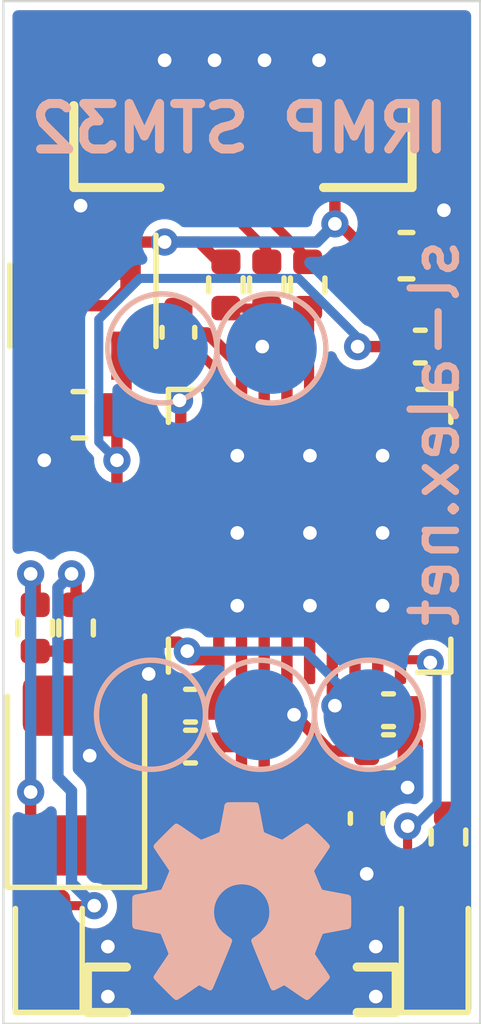
<source format=kicad_pcb>
(kicad_pcb (version 20171130) (host pcbnew "(5.1.8)-1")

  (general
    (thickness 0.6)
    (drawings 6)
    (tracks 226)
    (zones 0)
    (modules 29)
    (nets 39)
  )

  (page A4)
  (layers
    (0 F.Cu signal)
    (31 B.Cu signal)
    (32 B.Adhes user)
    (33 F.Adhes user)
    (34 B.Paste user)
    (35 F.Paste user)
    (36 B.SilkS user)
    (37 F.SilkS user)
    (38 B.Mask user)
    (39 F.Mask user)
    (40 Dwgs.User user)
    (41 Cmts.User user)
    (42 Eco1.User user)
    (43 Eco2.User user)
    (44 Edge.Cuts user)
    (45 Margin user)
    (46 B.CrtYd user hide)
    (47 F.CrtYd user hide)
    (48 B.Fab user hide)
    (49 F.Fab user hide)
  )

  (setup
    (last_trace_width 0.25)
    (user_trace_width 0.2)
    (user_trace_width 0.4)
    (trace_clearance 0.2)
    (zone_clearance 0)
    (zone_45_only no)
    (trace_min 0.2)
    (via_size 0.6)
    (via_drill 0.3)
    (via_min_size 0.4)
    (via_min_drill 0.3)
    (user_via 0.6 0.3)
    (uvia_size 0.3)
    (uvia_drill 0.1)
    (uvias_allowed no)
    (uvia_min_size 0.2)
    (uvia_min_drill 0.1)
    (edge_width 0.05)
    (segment_width 0.2)
    (pcb_text_width 0.3)
    (pcb_text_size 1.5 1.5)
    (mod_edge_width 0.12)
    (mod_text_size 1 1)
    (mod_text_width 0.15)
    (pad_size 1.524 1.524)
    (pad_drill 0.762)
    (pad_to_mask_clearance 0)
    (aux_axis_origin 0 0)
    (visible_elements 7FFFFF7F)
    (pcbplotparams
      (layerselection 0x010fc_ffffffff)
      (usegerberextensions false)
      (usegerberattributes true)
      (usegerberadvancedattributes true)
      (creategerberjobfile true)
      (excludeedgelayer true)
      (linewidth 0.100000)
      (plotframeref false)
      (viasonmask false)
      (mode 1)
      (useauxorigin false)
      (hpglpennumber 1)
      (hpglpenspeed 20)
      (hpglpendiameter 15.000000)
      (psnegative false)
      (psa4output false)
      (plotreference true)
      (plotvalue true)
      (plotinvisibletext false)
      (padsonsilk false)
      (subtractmaskfromsilk false)
      (outputformat 1)
      (mirror false)
      (drillshape 0)
      (scaleselection 1)
      (outputdirectory "plots"))
  )

  (net 0 "")
  (net 1 GNDD)
  (net 2 +5V)
  (net 3 "Net-(XC1-Pad4)")
  (net 4 "Net-(XC1-Pad2)")
  (net 5 /USBD-)
  (net 6 /USBD+)
  (net 7 +3V3)
  (net 8 /OSC_OUT)
  (net 9 /OSC_IN)
  (net 10 /IR_PWR)
  (net 11 /NRST)
  (net 12 /USBCD-)
  (net 13 /USBCD+)
  (net 14 /SWDIO)
  (net 15 /SWCLK)
  (net 16 "Net-(D1-Pad2)")
  (net 17 /IR_PIN)
  (net 18 "Net-(D2-Pad2)")
  (net 19 /LED_PIN)
  (net 20 "Net-(U2-Pad4)")
  (net 21 "Net-(U3-Pad34)")
  (net 22 "Net-(U3-Pad33)")
  (net 23 "Net-(U3-Pad32)")
  (net 24 "Net-(U3-Pad31)")
  (net 25 "Net-(U3-Pad30)")
  (net 26 "Net-(U3-Pad29)")
  (net 27 "Net-(U3-Pad22)")
  (net 28 "Net-(U3-Pad21)")
  (net 29 "Net-(U3-Pad20)")
  (net 30 "Net-(U3-Pad17)")
  (net 31 "Net-(U3-Pad16)")
  (net 32 "Net-(U3-Pad15)")
  (net 33 "Net-(U3-Pad14)")
  (net 34 "Net-(U3-Pad13)")
  (net 35 "Net-(U3-Pad12)")
  (net 36 "Net-(U3-Pad11)")
  (net 37 "Net-(U3-Pad8)")
  (net 38 "Net-(U3-Pad7)")

  (net_class Default "This is the default net class."
    (clearance 0.2)
    (trace_width 0.25)
    (via_dia 0.6)
    (via_drill 0.3)
    (uvia_dia 0.3)
    (uvia_drill 0.1)
    (add_net +3V3)
    (add_net +5V)
    (add_net /IR_PIN)
    (add_net /IR_PWR)
    (add_net /LED_PIN)
    (add_net /NRST)
    (add_net /OSC_IN)
    (add_net /OSC_OUT)
    (add_net /SWCLK)
    (add_net /SWDIO)
    (add_net /USBCD+)
    (add_net /USBCD-)
    (add_net /USBD+)
    (add_net /USBD-)
    (add_net GNDD)
    (add_net "Net-(D1-Pad2)")
    (add_net "Net-(D2-Pad2)")
    (add_net "Net-(U2-Pad4)")
    (add_net "Net-(U3-Pad11)")
    (add_net "Net-(U3-Pad12)")
    (add_net "Net-(U3-Pad13)")
    (add_net "Net-(U3-Pad14)")
    (add_net "Net-(U3-Pad15)")
    (add_net "Net-(U3-Pad16)")
    (add_net "Net-(U3-Pad17)")
    (add_net "Net-(U3-Pad20)")
    (add_net "Net-(U3-Pad21)")
    (add_net "Net-(U3-Pad22)")
    (add_net "Net-(U3-Pad29)")
    (add_net "Net-(U3-Pad30)")
    (add_net "Net-(U3-Pad31)")
    (add_net "Net-(U3-Pad32)")
    (add_net "Net-(U3-Pad33)")
    (add_net "Net-(U3-Pad34)")
    (add_net "Net-(U3-Pad7)")
    (add_net "Net-(U3-Pad8)")
    (add_net "Net-(XC1-Pad2)")
    (add_net "Net-(XC1-Pad4)")
  )

  (module SLALEX_IRMP:SMD_3225 (layer F.Cu) (tedit 55534C35) (tstamp 5FEBC4E2)
    (at 121.5 113.75 180)
    (path /5FEB8DCD)
    (fp_text reference XC1 (at 1.3 1.4) (layer F.SilkS) hide
      (effects (font (size 1 1) (thickness 0.15)))
    )
    (fp_text value CRYSTAL_4pin (at 0.9 -3.3) (layer F.Fab) hide
      (effects (font (size 1 1) (thickness 0.15)))
    )
    (pad 4 smd rect (at 0.25 -2.05 180) (size 1.5 1) (layers F.Cu F.Paste F.Mask)
      (net 3 "Net-(XC1-Pad4)"))
    (pad 3 smd rect (at 2.75 -2.05 180) (size 1.5 1) (layers F.Cu F.Paste F.Mask)
      (net 9 /OSC_IN))
    (pad 2 smd rect (at 2.75 -0.25 180) (size 1.5 1) (layers F.Cu F.Paste F.Mask)
      (net 4 "Net-(XC1-Pad2)"))
    (pad 1 smd rect (at 0.25 -0.25 180) (size 1.5 1) (layers F.Cu F.Paste F.Mask)
      (net 8 /OSC_OUT))
    (model ${KIPRJMOD}/libs/SLALEX_IRMP.pretty/3D/SMD_3225.wrl
      (at (xyz 0 0 0))
      (scale (xyz 0.3937007874015748 0.3937007874015748 0.3937007874015748))
      (rotate (xyz 0 0 0))
    )
  )

  (module SLALEX_IRMP:Vishay_Heimdall (layer F.Cu) (tedit 5FEA44E2) (tstamp 5FEBC41C)
    (at 119.95 118.75)
    (path /5FF4816A)
    (fp_text reference U1 (at 2.54 1.27) (layer F.SilkS) hide
      (effects (font (size 1 1) (thickness 0.15)))
    )
    (fp_text value TSOP773xx (at 0 -0.5) (layer F.Fab)
      (effects (font (size 1 1) (thickness 0.15)))
    )
    (fp_line (start 3.4 0) (end 3.4 -1) (layer F.SilkS) (width 0.2))
    (fp_line (start 3.4 -1) (end 2.54 -1) (layer F.SilkS) (width 0.2))
    (fp_line (start 2.54 0) (end 3.4 0) (layer F.SilkS) (width 0.2))
    (fp_line (start -2.54 0) (end -3.4 0) (layer F.SilkS) (width 0.2))
    (fp_line (start -3.4 0) (end -3.4 -1) (layer F.SilkS) (width 0.2))
    (fp_line (start -2.54 -1) (end -3.4 -1) (layer F.SilkS) (width 0.2))
    (pad 4 smd rect (at 1.905 -0.9) (size 0.8 1.8) (layers F.Cu F.Paste F.Mask)
      (net 1 GNDD))
    (pad 3 smd rect (at 0.635 -0.9) (size 0.8 1.8) (layers F.Cu F.Paste F.Mask)
      (net 17 /IR_PIN))
    (pad 2 smd rect (at -0.635 -0.9) (size 0.8 1.8) (layers F.Cu F.Paste F.Mask)
      (net 10 /IR_PWR))
    (pad 1 smd rect (at -1.905 -0.9) (size 0.8 1.8) (layers F.Cu F.Paste F.Mask)
      (net 1 GNDD))
    (model ${KIPRJMOD}/libs/SLALEX_IRMP.pretty/3D/Vishay_Heimdall.wrl
      (at (xyz 0 0 0))
      (scale (xyz 0.3937 0.3937 0.3937))
      (rotate (xyz 0 0 180))
    )
  )

  (module SLALEX_IRMP:OSHW (layer B.Cu) (tedit 55533997) (tstamp 5FF0E410)
    (at 119.95 116.3 180)
    (path /5FF78529)
    (fp_text reference LG?1 (at 0 2.54) (layer B.SilkS) hide
      (effects (font (size 1.524 1.524) (thickness 0.3)) (justify mirror))
    )
    (fp_text value LOGO (at 0 -3.81) (layer B.SilkS) hide
      (effects (font (size 1.524 1.524) (thickness 0.3)) (justify mirror))
    )
    (fp_poly (pts (xy 2.365375 -0.23649) (xy 2.365366 -0.301372) (xy 2.365321 -0.356498) (xy 2.365212 -0.402697)
      (xy 2.365012 -0.440797) (xy 2.364694 -0.471625) (xy 2.36423 -0.496009) (xy 2.363592 -0.514778)
      (xy 2.362753 -0.528759) (xy 2.361686 -0.538781) (xy 2.360363 -0.545671) (xy 2.358757 -0.550257)
      (xy 2.35684 -0.553367) (xy 2.354792 -0.555625) (xy 2.345561 -0.563373) (xy 2.339587 -0.566208)
      (xy 2.333308 -0.567183) (xy 2.316871 -0.570078) (xy 2.290514 -0.574848) (xy 2.254478 -0.58145)
      (xy 2.209005 -0.589838) (xy 2.154332 -0.599969) (xy 2.090702 -0.611797) (xy 2.018354 -0.625279)
      (xy 1.937528 -0.640369) (xy 1.848464 -0.657025) (xy 1.822122 -0.661955) (xy 1.793138 -0.667882)
      (xy 1.772942 -0.673325) (xy 1.759789 -0.678845) (xy 1.752451 -0.684433) (xy 1.748077 -0.691938)
      (xy 1.740424 -0.708103) (xy 1.729979 -0.731712) (xy 1.717227 -0.761549) (xy 1.702654 -0.796398)
      (xy 1.686746 -0.835043) (xy 1.669988 -0.876269) (xy 1.652866 -0.91886) (xy 1.635866 -0.961599)
      (xy 1.619474 -1.003272) (xy 1.604176 -1.042662) (xy 1.590457 -1.078554) (xy 1.578803 -1.109731)
      (xy 1.5697 -1.134978) (xy 1.563633 -1.15308) (xy 1.561089 -1.162819) (xy 1.561042 -1.163497)
      (xy 1.562757 -1.169542) (xy 1.568116 -1.180362) (xy 1.577437 -1.19645) (xy 1.59104 -1.2183)
      (xy 1.609243 -1.246407) (xy 1.632366 -1.281265) (xy 1.660727 -1.323367) (xy 1.694646 -1.373209)
      (xy 1.725863 -1.418793) (xy 1.756837 -1.464076) (xy 1.786007 -1.507019) (xy 1.812816 -1.546783)
      (xy 1.836708 -1.582529) (xy 1.857127 -1.613417) (xy 1.873516 -1.638608) (xy 1.885319 -1.657263)
      (xy 1.891981 -1.668542) (xy 1.89327 -1.671377) (xy 1.892949 -1.674884) (xy 1.890455 -1.680092)
      (xy 1.885261 -1.687564) (xy 1.876842 -1.697861) (xy 1.864673 -1.711545) (xy 1.848227 -1.729177)
      (xy 1.826979 -1.751319) (xy 1.800403 -1.778532) (xy 1.767973 -1.811379) (xy 1.729164 -1.85042)
      (xy 1.68345 -1.896218) (xy 1.673419 -1.906252) (xy 1.62635 -1.953266) (xy 1.586147 -1.993282)
      (xy 1.552241 -2.026831) (xy 1.52406 -2.054446) (xy 1.501035 -2.076659) (xy 1.482598 -2.094002)
      (xy 1.468177 -2.107009) (xy 1.457203 -2.116211) (xy 1.449107 -2.12214) (xy 1.443319 -2.12533)
      (xy 1.439268 -2.126312) (xy 1.43802 -2.126209) (xy 1.4309 -2.122737) (xy 1.416107 -2.113888)
      (xy 1.394657 -2.100326) (xy 1.367567 -2.082714) (xy 1.335856 -2.061715) (xy 1.300539 -2.037992)
      (xy 1.262634 -2.012208) (xy 1.252272 -2.005105) (xy 1.211116 -1.976855) (xy 1.170001 -1.948646)
      (xy 1.130372 -1.921467) (xy 1.093676 -1.89631) (xy 1.061357 -1.874166) (xy 1.034863 -1.856026)
      (xy 1.015638 -1.842882) (xy 1.015551 -1.842822) (xy 0.991993 -1.827254) (xy 0.9707 -1.814138)
      (xy 0.953551 -1.804563) (xy 0.942425 -1.799615) (xy 0.940152 -1.799175) (xy 0.932355 -1.801581)
      (xy 0.916718 -1.808326) (xy 0.894707 -1.818708) (xy 0.867787 -1.832024) (xy 0.837424 -1.847571)
      (xy 0.81872 -1.857383) (xy 0.787275 -1.873859) (xy 0.758682 -1.888525) (xy 0.734348 -1.900686)
      (xy 0.715679 -1.909645) (xy 0.704081 -1.914706) (xy 0.701102 -1.915583) (xy 0.692724 -1.911534)
      (xy 0.685614 -1.903621) (xy 0.682545 -1.897164) (xy 0.675721 -1.881588) (xy 0.665419 -1.857557)
      (xy 0.651918 -1.825737) (xy 0.635498 -1.786792) (xy 0.616437 -1.741387) (xy 0.595014 -1.690188)
      (xy 0.571507 -1.633858) (xy 0.546195 -1.573063) (xy 0.519357 -1.508468) (xy 0.491272 -1.440737)
      (xy 0.468714 -1.386243) (xy 0.430802 -1.294439) (xy 0.396961 -1.212176) (xy 0.367114 -1.139258)
      (xy 0.341184 -1.07549) (xy 0.319092 -1.020678) (xy 0.300761 -0.974625) (xy 0.286114 -0.937138)
      (xy 0.275071 -0.90802) (xy 0.267556 -0.887076) (xy 0.263491 -0.874112) (xy 0.262708 -0.86914)
      (xy 0.268951 -0.860034) (xy 0.282677 -0.847959) (xy 0.300893 -0.835305) (xy 0.335619 -0.812275)
      (xy 0.372062 -0.786135) (xy 0.407617 -0.758894) (xy 0.439677 -0.732558) (xy 0.465638 -0.709137)
      (xy 0.469439 -0.705408) (xy 0.523331 -0.644469) (xy 0.568465 -0.57841) (xy 0.604778 -0.50814)
      (xy 0.632206 -0.434566) (xy 0.650687 -0.358595) (xy 0.660158 -0.281137) (xy 0.660556 -0.203098)
      (xy 0.651819 -0.125387) (xy 0.633883 -0.048911) (xy 0.606686 0.025421) (xy 0.570164 0.096703)
      (xy 0.529208 0.15758) (xy 0.474132 0.221779) (xy 0.412986 0.277448) (xy 0.346316 0.324314)
      (xy 0.274667 0.362106) (xy 0.198587 0.390554) (xy 0.11862 0.409385) (xy 0.035315 0.418329)
      (xy 0.002646 0.419079) (xy -0.082241 0.414128) (xy -0.163339 0.399309) (xy -0.240521 0.374673)
      (xy -0.313662 0.34027) (xy -0.382635 0.296151) (xy -0.447312 0.242366) (xy -0.453559 0.236439)
      (xy -0.511097 0.174405) (xy -0.558977 0.108045) (xy -0.597209 0.037338) (xy -0.625803 -0.03774)
      (xy -0.644768 -0.117209) (xy -0.654114 -0.201091) (xy -0.654623 -0.212312) (xy -0.65364 -0.293171)
      (xy -0.644077 -0.369031) (xy -0.625575 -0.441556) (xy -0.597775 -0.512413) (xy -0.583739 -0.541112)
      (xy -0.54714 -0.603314) (xy -0.503538 -0.661255) (xy -0.452115 -0.715771) (xy -0.392052 -0.767698)
      (xy -0.322531 -0.817871) (xy -0.295601 -0.835305) (xy -0.276593 -0.848573) (xy -0.263178 -0.860548)
      (xy -0.257417 -0.86914) (xy -0.258497 -0.875213) (xy -0.262958 -0.889093) (xy -0.270878 -0.910974)
      (xy -0.282335 -0.941053) (xy -0.297406 -0.979524) (xy -0.316169 -1.026582) (xy -0.338702 -1.082423)
      (xy -0.365082 -1.147242) (xy -0.395388 -1.221234) (xy -0.429697 -1.304594) (xy -0.463423 -1.386243)
      (xy -0.492286 -1.455956) (xy -0.52012 -1.52305) (xy -0.546644 -1.586862) (xy -0.571581 -1.646727)
      (xy -0.594651 -1.701979) (xy -0.615576 -1.751954) (xy -0.634077 -1.795987) (xy -0.649875 -1.833413)
      (xy -0.662692 -1.863567) (xy -0.672248 -1.885785) (xy -0.678266 -1.899401) (xy -0.680323 -1.903621)
      (xy -0.688778 -1.912573) (xy -0.695811 -1.915583) (xy -0.702491 -1.913193) (xy -0.717087 -1.906489)
      (xy -0.738192 -1.896165) (xy -0.764399 -1.882919) (xy -0.794301 -1.867445) (xy -0.813428 -1.857383)
      (xy -0.845123 -1.840859) (xy -0.874228 -1.826157) (xy -0.899279 -1.81398) (xy -0.918809 -1.80503)
      (xy -0.931353 -1.800009) (xy -0.93486 -1.799175) (xy -0.943175 -1.802057) (xy -0.958234 -1.809985)
      (xy -0.978159 -1.821871) (xy -1.00107 -1.836626) (xy -1.01026 -1.842822) (xy -1.029439 -1.855935)
      (xy -1.055896 -1.874049) (xy -1.088185 -1.896173) (xy -1.12486 -1.921315) (xy -1.164476 -1.948486)
      (xy -1.205587 -1.976692) (xy -1.246747 -2.004944) (xy -1.24698 -2.005105) (xy -1.285401 -2.031324)
      (xy -1.321503 -2.055659) (xy -1.354271 -2.077445) (xy -1.382686 -2.096021) (xy -1.405731 -2.110722)
      (xy -1.42239 -2.120886) (xy -1.431645 -2.125849) (xy -1.432729 -2.126209) (xy -1.436249 -2.125953)
      (xy -1.441283 -2.1237) (xy -1.448398 -2.118917) (xy -1.458166 -2.111073) (xy -1.471155 -2.099634)
      (xy -1.487937 -2.084069) (xy -1.509079 -2.063846) (xy -1.535153 -2.038431) (xy -1.566727 -2.007292)
      (xy -1.604372 -1.969897) (xy -1.648658 -1.925714) (xy -1.668128 -1.906252) (xy -1.715333 -1.858986)
      (xy -1.755526 -1.81859) (xy -1.789229 -1.784504) (xy -1.816967 -1.756168) (xy -1.839265 -1.733023)
      (xy -1.856646 -1.714508) (xy -1.869634 -1.700064) (xy -1.878753 -1.689132) (xy -1.884529 -1.681152)
      (xy -1.887484 -1.675563) (xy -1.888143 -1.671807) (xy -1.888078 -1.671377) (xy -1.88468 -1.664775)
      (xy -1.875814 -1.650311) (xy -1.862035 -1.628824) (xy -1.843899 -1.601153) (xy -1.821962 -1.568137)
      (xy -1.796781 -1.530615) (xy -1.768911 -1.489427) (xy -1.738909 -1.445411) (xy -1.720672 -1.418802)
      (xy -1.682095 -1.362476) (xy -1.649332 -1.314279) (xy -1.62206 -1.273716) (xy -1.599959 -1.240289)
      (xy -1.582709 -1.213504) (xy -1.56999 -1.192864) (xy -1.561481 -1.177872) (xy -1.556861 -1.168034)
      (xy -1.55575 -1.163506) (xy -1.557711 -1.155156) (xy -1.563268 -1.138258) (xy -1.571937 -1.114028)
      (xy -1.58323 -1.08368) (xy -1.596664 -1.048432) (xy -1.611752 -1.009499) (xy -1.628007 -0.968097)
      (xy -1.644945 -0.925441) (xy -1.66208 -0.882748) (xy -1.678925 -0.841233) (xy -1.694995 -0.802112)
      (xy -1.709805 -0.766601) (xy -1.722868 -0.735916) (xy -1.733699 -0.711272) (xy -1.741812 -0.693886)
      (xy -1.746721 -0.684973) (xy -1.747159 -0.684433) (xy -1.755399 -0.678351) (xy -1.769084 -0.672863)
      (xy -1.789961 -0.667405) (xy -1.816831 -0.661962) (xy -1.9018 -0.646076) (xy -1.980449 -0.631395)
      (xy -2.052358 -0.617995) (xy -2.117104 -0.605956) (xy -2.174266 -0.595354) (xy -2.223421 -0.586268)
      (xy -2.264147 -0.578777) (xy -2.296022 -0.572958) (xy -2.318625 -0.568888) (xy -2.331534 -0.566648)
      (xy -2.334552 -0.566208) (xy -2.34113 -0.562823) (xy -2.3495 -0.555625) (xy -2.351725 -0.553139)
      (xy -2.353615 -0.549935) (xy -2.355196 -0.545185) (xy -2.356495 -0.53806) (xy -2.357542 -0.527733)
      (xy -2.358362 -0.513376) (xy -2.358984 -0.49416) (xy -2.359435 -0.469258) (xy -2.359742 -0.437842)
      (xy -2.359933 -0.399084) (xy -2.360035 -0.352156) (xy -2.360076 -0.29623) (xy -2.360083 -0.23649)
      (xy -2.360042 -0.169134) (xy -2.359905 -0.111632) (xy -2.359658 -0.063257) (xy -2.359285 -0.023282)
      (xy -2.358768 0.009023) (xy -2.358093 0.034385) (xy -2.357243 0.053532) (xy -2.356202 0.067193)
      (xy -2.354954 0.076095) (xy -2.353483 0.080967) (xy -2.353059 0.081668) (xy -2.34289 0.088654)
      (xy -2.323807 0.09509) (xy -2.309403 0.098301) (xy -2.296948 0.100661) (xy -2.275261 0.104736)
      (xy -2.245516 0.110308) (xy -2.208885 0.117157) (xy -2.166541 0.125064) (xy -2.119659 0.13381)
      (xy -2.06941 0.143176) (xy -2.016968 0.152942) (xy -2.010833 0.154084) (xy -1.959246 0.163788)
      (xy -1.910576 0.17314) (xy -1.865864 0.181925) (xy -1.826152 0.18993) (xy -1.792481 0.196941)
      (xy -1.76589 0.202745) (xy -1.747421 0.207127) (xy -1.738115 0.209875) (xy -1.737442 0.210211)
      (xy -1.732836 0.216649) (xy -1.724763 0.231682) (xy -1.713745 0.254102) (xy -1.700305 0.2827)
      (xy -1.684963 0.31627) (xy -1.668241 0.353601) (xy -1.650661 0.393488) (xy -1.632744 0.43472)
      (xy -1.615012 0.476091) (xy -1.597987 0.516391) (xy -1.58219 0.554414) (xy -1.568142 0.58895)
      (xy -1.556366 0.618791) (xy -1.547383 0.642731) (xy -1.541715 0.659559) (xy -1.539875 0.667815)
      (xy -1.541193 0.673326) (xy -1.545394 0.682506) (xy -1.55285 0.695931) (xy -1.563931 0.714175)
      (xy -1.579008 0.737815) (xy -1.598453 0.767426) (xy -1.622637 0.803581) (xy -1.65193 0.846858)
      (xy -1.686704 0.897832) (xy -1.712818 0.935942) (xy -1.74455 0.982338) (xy -1.774482 1.026395)
      (xy -1.802073 1.067298) (xy -1.826781 1.104229) (xy -1.848065 1.136371) (xy -1.865383 1.162908)
      (xy -1.878193 1.183022) (xy -1.885955 1.195896) (xy -1.888162 1.200419) (xy -1.887757 1.203982)
      (xy -1.885091 1.209337) (xy -1.879642 1.217044) (xy -1.870885 1.227661) (xy -1.858297 1.241747)
      (xy -1.841354 1.259862) (xy -1.819534 1.282564) (xy -1.792311 1.310412) (xy -1.759164 1.343965)
      (xy -1.719568 1.383782) (xy -1.673 1.430422) (xy -1.668847 1.434576) (xy -1.615063 1.488185)
      (xy -1.568498 1.534224) (xy -1.529064 1.572776) (xy -1.496672 1.603927) (xy -1.471232 1.62776)
      (xy -1.452657 1.644361) (xy -1.440857 1.653814) (xy -1.436115 1.656292) (xy -1.429863 1.653363)
      (xy -1.415714 1.644927) (xy -1.394465 1.63151) (xy -1.366915 1.613638) (xy -1.333862 1.591837)
      (xy -1.296103 1.566633) (xy -1.254437 1.538553) (xy -1.209662 1.508121) (xy -1.166397 1.478492)
      (xy -1.109256 1.439303) (xy -1.060199 1.405848) (xy -1.018661 1.377763) (xy -0.984076 1.354681)
      (xy -0.955882 1.336238) (xy -0.933512 1.322067) (xy -0.916402 1.311805) (xy -0.903987 1.305084)
      (xy -0.895703 1.301539) (xy -0.891732 1.300745) (xy -0.882672 1.302751) (xy -0.865347 1.3084)
      (xy -0.840992 1.317184) (xy -0.810842 1.328591) (xy -0.776132 1.342115) (xy -0.738099 1.357244)
      (xy -0.697977 1.373469) (xy -0.657002 1.390283) (xy -0.616409 1.407174) (xy -0.577433 1.423634)
      (xy -0.54131 1.439154) (xy -0.509275 1.453224) (xy -0.482563 1.465334) (xy -0.46241 1.474977)
      (xy -0.450051 1.481642) (xy -0.446735 1.484205) (xy -0.444517 1.491237) (xy -0.440591 1.507731)
      (xy -0.43515 1.532735) (xy -0.428384 1.5653) (xy -0.420487 1.604475) (xy -0.411649 1.649309)
      (xy -0.402063 1.698853) (xy -0.39192 1.752155) (xy -0.382618 1.80178) (xy -0.369741 1.870613)
      (xy -0.358552 1.929609) (xy -0.348926 1.979361) (xy -0.34074 2.020459) (xy -0.33387 2.053493)
      (xy -0.328191 2.079057) (xy -0.323579 2.097739) (xy -0.31991 2.110133) (xy -0.31706 2.116827)
      (xy -0.31621 2.117958) (xy -0.313695 2.119915) (xy -0.309829 2.121578) (xy -0.303796 2.12297)
      (xy -0.294776 2.124115) (xy -0.28195 2.125037) (xy -0.264502 2.12576) (xy -0.241612 2.126308)
      (xy -0.212463 2.126704) (xy -0.176235 2.126972) (xy -0.132111 2.127137) (xy -0.079273 2.127221)
      (xy -0.016901 2.127249) (xy 0.002646 2.12725) (xy 0.067642 2.127242) (xy 0.122881 2.127197)
      (xy 0.169189 2.127089) (xy 0.207394 2.12689) (xy 0.238322 2.126573) (xy 0.262799 2.126111)
      (xy 0.281652 2.125477) (xy 0.295707 2.124642) (xy 0.30579 2.123581) (xy 0.312729 2.122264)
      (xy 0.31735 2.120666) (xy 0.320479 2.118759) (xy 0.322792 2.116667) (xy 0.330568 2.107103)
      (xy 0.333375 2.100558) (xy 0.334355 2.092337) (xy 0.337151 2.075049) (xy 0.341545 2.04982)
      (xy 0.347321 2.017778) (xy 0.354261 1.98005) (xy 0.362149 1.937764) (xy 0.370767 1.892046)
      (xy 0.379899 1.844024) (xy 0.389327 1.794825) (xy 0.398834 1.745576) (xy 0.408204 1.697406)
      (xy 0.417219 1.65144) (xy 0.425661 1.608807) (xy 0.433315 1.570634) (xy 0.439964 1.538047)
      (xy 0.445389 1.512175) (xy 0.449374 1.494144) (xy 0.451702 1.485082) (xy 0.452022 1.484313)
      (xy 0.458384 1.479968) (xy 0.473375 1.472297) (xy 0.495761 1.461809) (xy 0.524307 1.449015)
      (xy 0.557779 1.434423) (xy 0.594942 1.418542) (xy 0.634561 1.401882) (xy 0.675402 1.384953)
      (xy 0.71623 1.368263) (xy 0.755811 1.352323) (xy 0.792909 1.33764) (xy 0.826292 1.324726)
      (xy 0.854722 1.314088) (xy 0.876968 1.306237) (xy 0.891792 1.301681) (xy 0.89703 1.300725)
      (xy 0.900211 1.300903) (xy 0.903925 1.301693) (xy 0.908728 1.303463) (xy 0.915176 1.30658)
      (xy 0.923827 1.311412) (xy 0.935238 1.318326) (xy 0.949964 1.327689) (xy 0.968563 1.339868)
      (xy 0.991592 1.35523) (xy 1.019608 1.374144) (xy 1.053166 1.396975) (xy 1.092824 1.424092)
      (xy 1.139139 1.455861) (xy 1.192666 1.49265) (xy 1.253964 1.534827) (xy 1.301252 1.567379)
      (xy 1.33436 1.589924) (xy 1.365072 1.610366) (xy 1.392203 1.627952) (xy 1.414566 1.641929)
      (xy 1.430975 1.651546) (xy 1.440244 1.65605) (xy 1.44141 1.656292) (xy 1.447591 1.652775)
      (xy 1.460484 1.642169) (xy 1.480178 1.62439) (xy 1.50676 1.599356) (xy 1.540315 1.566984)
      (xy 1.580931 1.527192) (xy 1.628695 1.479896) (xy 1.674138 1.434576) (xy 1.721303 1.387349)
      (xy 1.761454 1.346991) (xy 1.795112 1.312943) (xy 1.822802 1.284647) (xy 1.845047 1.261542)
      (xy 1.862371 1.243071) (xy 1.875298 1.228675) (xy 1.884349 1.217794) (xy 1.89005 1.20987)
      (xy 1.892924 1.204343) (xy 1.893494 1.200655) (xy 1.893455 1.200419) (xy 1.890086 1.193869)
      (xy 1.881238 1.179431) (xy 1.867455 1.157921) (xy 1.849276 1.130156) (xy 1.827244 1.096954)
      (xy 1.8019 1.059131) (xy 1.773785 1.017504) (xy 1.743441 0.97289) (xy 1.718111 0.935868)
      (xy 1.679461 0.879401) (xy 1.64654 0.831015) (xy 1.618982 0.79014) (xy 1.596418 0.756207)
      (xy 1.578482 0.728646) (xy 1.564806 0.706887) (xy 1.555023 0.690362) (xy 1.548765 0.678499)
      (xy 1.545664 0.67073) (xy 1.545167 0.667742) (xy 1.547243 0.658714) (xy 1.553125 0.641438)
      (xy 1.56229 0.617124) (xy 1.574217 0.586978) (xy 1.588384 0.552209) (xy 1.60427 0.514025)
      (xy 1.621352 0.473634) (xy 1.63911 0.432244) (xy 1.657022 0.391063) (xy 1.674565 0.351299)
      (xy 1.691219 0.31416) (xy 1.706461 0.280855) (xy 1.719771 0.252591) (xy 1.730626 0.230576)
      (xy 1.738504 0.216019) (xy 1.742734 0.210211) (xy 1.750071 0.207818) (xy 1.766781 0.203747)
      (xy 1.791821 0.198212) (xy 1.824152 0.191427) (xy 1.862733 0.183604) (xy 1.906523 0.174959)
      (xy 1.95448 0.165704) (xy 2.005565 0.156054) (xy 2.016125 0.154084) (xy 2.068744 0.144285)
      (xy 2.119305 0.134862) (xy 2.166636 0.126034) (xy 2.209563 0.118019) (xy 2.246912 0.111036)
      (xy 2.277511 0.105306) (xy 2.300187 0.101047) (xy 2.313766 0.098479) (xy 2.314694 0.098301)
      (xy 2.338159 0.092473) (xy 2.353672 0.085727) (xy 2.35835 0.081668) (xy 2.359882 0.077732)
      (xy 2.361187 0.069957) (xy 2.362281 0.057615) (xy 2.363179 0.039976) (xy 2.363899 0.016314)
      (xy 2.364455 -0.014101) (xy 2.364865 -0.051995) (xy 2.365143 -0.098097) (xy 2.365307 -0.153136)
      (xy 2.365372 -0.217838) (xy 2.365375 -0.23649)) (layer B.SilkS) (width 0.1))
  )

  (module SLALEX_IRMP:USB2_MICRO_B_F1 (layer F.Cu) (tedit 5672952A) (tstamp 5FEBC474)
    (at 118.65 99.7)
    (path /5FE9EB6D)
    (fp_text reference X1 (at -1.45 1.6) (layer F.SilkS) hide
      (effects (font (size 0.5 0.5) (thickness 0.125)))
    )
    (fp_text value USB2_MICRO_B_F1 (at 0.15 -3.35) (layer F.Fab) hide
      (effects (font (size 1 1) (thickness 0.15)))
    )
    (fp_line (start 5.05 -0.9) (end 5.05 0.9) (layer F.SilkS) (width 0.2))
    (fp_line (start 5.05 0.9) (end 3.1 0.9) (layer F.SilkS) (width 0.2))
    (fp_line (start -2.4 -0.9) (end -2.4 0.9) (layer F.SilkS) (width 0.2))
    (fp_line (start -2.4 0.9) (end -0.5 0.9) (layer F.SilkS) (width 0.2))
    (pad 6 smd rect (at -2.05 -1.9) (size 2 1.35) (layers F.Cu F.Paste F.Mask)
      (net 1 GNDD))
    (pad 1 smd rect (at 2.6 0.8) (size 0.4 1.5) (layers F.Cu F.Paste F.Mask)
      (net 2 +5V))
    (pad 2 smd rect (at 1.95 0.8) (size 0.4 1.5) (layers F.Cu F.Paste F.Mask)
      (net 12 /USBCD-))
    (pad 3 smd rect (at 1.3 0.8) (size 0.4 1.5) (layers F.Cu F.Paste F.Mask)
      (net 13 /USBCD+))
    (pad 4 smd rect (at 0.65 0.8) (size 0.4 1.5) (layers F.Cu F.Paste F.Mask)
      (net 1 GNDD))
    (pad 5 smd rect (at 0 0.8) (size 0.4 1.5) (layers F.Cu F.Paste F.Mask)
      (net 1 GNDD))
    (pad 7 smd rect (at 4.65 -1.9) (size 2 1.35) (layers F.Cu F.Paste F.Mask)
      (net 1 GNDD))
    (model ${KIPRJMOD}/libs/SLALEX_IRMP.pretty/3D/USB2_MICRO_B_F1.wrl
      (at (xyz 0 0 0))
      (scale (xyz 0.3937007874015748 0.3937007874015748 0.3937007874015748))
      (rotate (xyz 0 0 0))
    )
  )

  (module Resistor_SMD:R_0402_1005Metric (layer F.Cu) (tedit 5F68FEEE) (tstamp 5FEFE64F)
    (at 124.5 114.89 90)
    (descr "Resistor SMD 0402 (1005 Metric), square (rectangular) end terminal, IPC_7351 nominal, (Body size source: IPC-SM-782 page 72, https://www.pcb-3d.com/wordpress/wp-content/uploads/ipc-sm-782a_amendment_1_and_2.pdf), generated with kicad-footprint-generator")
    (tags resistor)
    (path /5FF09EBF)
    (attr smd)
    (fp_text reference R5 (at 0 -1.17 90) (layer F.SilkS) hide
      (effects (font (size 1 1) (thickness 0.15)))
    )
    (fp_text value 1k (at 0 1.17 90) (layer F.Fab)
      (effects (font (size 1 1) (thickness 0.15)))
    )
    (fp_text user %R (at 0 0 90) (layer F.Fab)
      (effects (font (size 0.26 0.26) (thickness 0.04)))
    )
    (fp_line (start -0.525 0.27) (end -0.525 -0.27) (layer F.Fab) (width 0.1))
    (fp_line (start -0.525 -0.27) (end 0.525 -0.27) (layer F.Fab) (width 0.1))
    (fp_line (start 0.525 -0.27) (end 0.525 0.27) (layer F.Fab) (width 0.1))
    (fp_line (start 0.525 0.27) (end -0.525 0.27) (layer F.Fab) (width 0.1))
    (fp_line (start -0.153641 -0.38) (end 0.153641 -0.38) (layer F.SilkS) (width 0.12))
    (fp_line (start -0.153641 0.38) (end 0.153641 0.38) (layer F.SilkS) (width 0.12))
    (fp_line (start -0.93 0.47) (end -0.93 -0.47) (layer F.CrtYd) (width 0.05))
    (fp_line (start -0.93 -0.47) (end 0.93 -0.47) (layer F.CrtYd) (width 0.05))
    (fp_line (start 0.93 -0.47) (end 0.93 0.47) (layer F.CrtYd) (width 0.05))
    (fp_line (start 0.93 0.47) (end -0.93 0.47) (layer F.CrtYd) (width 0.05))
    (pad 2 smd roundrect (at 0.51 0 90) (size 0.54 0.64) (layers F.Cu F.Paste F.Mask) (roundrect_rratio 0.25)
      (net 19 /LED_PIN))
    (pad 1 smd roundrect (at -0.51 0 90) (size 0.54 0.64) (layers F.Cu F.Paste F.Mask) (roundrect_rratio 0.25)
      (net 16 "Net-(D1-Pad2)"))
    (model ${KISYS3DMOD}/Resistor_SMD.3dshapes/R_0402_1005Metric.wrl
      (at (xyz 0 0 0))
      (scale (xyz 1 1 1))
      (rotate (xyz 0 0 0))
    )
  )

  (module LED_SMD:LED_0603_1608Metric (layer F.Cu) (tedit 5F68FEF1) (tstamp 5FEFBF95)
    (at 124.2 117.2625 90)
    (descr "LED SMD 0603 (1608 Metric), square (rectangular) end terminal, IPC_7351 nominal, (Body size source: http://www.tortai-tech.com/upload/download/2011102023233369053.pdf), generated with kicad-footprint-generator")
    (tags LED)
    (path /5FF089E3)
    (attr smd)
    (fp_text reference D1 (at 0 -1.43 90) (layer F.SilkS) hide
      (effects (font (size 1 1) (thickness 0.15)))
    )
    (fp_text value GREEN (at 0 1.43 90) (layer F.Fab)
      (effects (font (size 1 1) (thickness 0.15)))
    )
    (fp_text user %R (at 0 0 90) (layer F.Fab)
      (effects (font (size 0.4 0.4) (thickness 0.06)))
    )
    (fp_line (start 0.8 -0.4) (end -0.5 -0.4) (layer F.Fab) (width 0.1))
    (fp_line (start -0.5 -0.4) (end -0.8 -0.1) (layer F.Fab) (width 0.1))
    (fp_line (start -0.8 -0.1) (end -0.8 0.4) (layer F.Fab) (width 0.1))
    (fp_line (start -0.8 0.4) (end 0.8 0.4) (layer F.Fab) (width 0.1))
    (fp_line (start 0.8 0.4) (end 0.8 -0.4) (layer F.Fab) (width 0.1))
    (fp_line (start 0.8 -0.735) (end -1.485 -0.735) (layer F.SilkS) (width 0.12))
    (fp_line (start -1.485 -0.735) (end -1.485 0.735) (layer F.SilkS) (width 0.12))
    (fp_line (start -1.485 0.735) (end 0.8 0.735) (layer F.SilkS) (width 0.12))
    (fp_line (start -1.48 0.73) (end -1.48 -0.73) (layer F.CrtYd) (width 0.05))
    (fp_line (start -1.48 -0.73) (end 1.48 -0.73) (layer F.CrtYd) (width 0.05))
    (fp_line (start 1.48 -0.73) (end 1.48 0.73) (layer F.CrtYd) (width 0.05))
    (fp_line (start 1.48 0.73) (end -1.48 0.73) (layer F.CrtYd) (width 0.05))
    (pad 2 smd roundrect (at 0.7875 0 90) (size 0.875 0.95) (layers F.Cu F.Paste F.Mask) (roundrect_rratio 0.25)
      (net 16 "Net-(D1-Pad2)"))
    (pad 1 smd roundrect (at -0.7875 0 90) (size 0.875 0.95) (layers F.Cu F.Paste F.Mask) (roundrect_rratio 0.25)
      (net 1 GNDD))
    (model ${KISYS3DMOD}/LED_SMD.3dshapes/LED_0603_1608Metric.wrl
      (at (xyz 0 0 0))
      (scale (xyz 1 1 1))
      (rotate (xyz 0 0 0))
    )
  )

  (module Resistor_SMD:R_0402_1005Metric (layer F.Cu) (tedit 5F68FEEE) (tstamp 5FEFAC46)
    (at 116.3 110.29 270)
    (descr "Resistor SMD 0402 (1005 Metric), square (rectangular) end terminal, IPC_7351 nominal, (Body size source: IPC-SM-782 page 72, https://www.pcb-3d.com/wordpress/wp-content/uploads/ipc-sm-782a_amendment_1_and_2.pdf), generated with kicad-footprint-generator")
    (tags resistor)
    (path /5FEBB64D)
    (attr smd)
    (fp_text reference R6 (at 0 -1.17 90) (layer F.SilkS) hide
      (effects (font (size 1 1) (thickness 0.15)))
    )
    (fp_text value 1k (at 0 1.17 90) (layer F.Fab)
      (effects (font (size 1 1) (thickness 0.15)))
    )
    (fp_text user %R (at 0 0 90) (layer F.Fab)
      (effects (font (size 0.26 0.26) (thickness 0.04)))
    )
    (fp_line (start -0.525 0.27) (end -0.525 -0.27) (layer F.Fab) (width 0.1))
    (fp_line (start -0.525 -0.27) (end 0.525 -0.27) (layer F.Fab) (width 0.1))
    (fp_line (start 0.525 -0.27) (end 0.525 0.27) (layer F.Fab) (width 0.1))
    (fp_line (start 0.525 0.27) (end -0.525 0.27) (layer F.Fab) (width 0.1))
    (fp_line (start -0.153641 -0.38) (end 0.153641 -0.38) (layer F.SilkS) (width 0.12))
    (fp_line (start -0.153641 0.38) (end 0.153641 0.38) (layer F.SilkS) (width 0.12))
    (fp_line (start -0.93 0.47) (end -0.93 -0.47) (layer F.CrtYd) (width 0.05))
    (fp_line (start -0.93 -0.47) (end 0.93 -0.47) (layer F.CrtYd) (width 0.05))
    (fp_line (start 0.93 -0.47) (end 0.93 0.47) (layer F.CrtYd) (width 0.05))
    (fp_line (start 0.93 0.47) (end -0.93 0.47) (layer F.CrtYd) (width 0.05))
    (pad 2 smd roundrect (at 0.51 0 270) (size 0.54 0.64) (layers F.Cu F.Paste F.Mask) (roundrect_rratio 0.25)
      (net 7 +3V3))
    (pad 1 smd roundrect (at -0.51 0 270) (size 0.54 0.64) (layers F.Cu F.Paste F.Mask) (roundrect_rratio 0.25)
      (net 18 "Net-(D2-Pad2)"))
    (model ${KISYS3DMOD}/Resistor_SMD.3dshapes/R_0402_1005Metric.wrl
      (at (xyz 0 0 0))
      (scale (xyz 1 1 1))
      (rotate (xyz 0 0 0))
    )
  )

  (module LED_SMD:LED_0603_1608Metric (layer F.Cu) (tedit 5F68FEF1) (tstamp 5FEFABB5)
    (at 115.7 117.2625 90)
    (descr "LED SMD 0603 (1608 Metric), square (rectangular) end terminal, IPC_7351 nominal, (Body size source: http://www.tortai-tech.com/upload/download/2011102023233369053.pdf), generated with kicad-footprint-generator")
    (tags LED)
    (path /5FEB470D)
    (attr smd)
    (fp_text reference D2 (at 0 -1.43 90) (layer F.SilkS) hide
      (effects (font (size 1 1) (thickness 0.15)))
    )
    (fp_text value RED (at 0 1.43 90) (layer F.Fab)
      (effects (font (size 1 1) (thickness 0.15)))
    )
    (fp_text user %R (at 0 0 90) (layer F.Fab)
      (effects (font (size 0.4 0.4) (thickness 0.06)))
    )
    (fp_line (start 0.8 -0.4) (end -0.5 -0.4) (layer F.Fab) (width 0.1))
    (fp_line (start -0.5 -0.4) (end -0.8 -0.1) (layer F.Fab) (width 0.1))
    (fp_line (start -0.8 -0.1) (end -0.8 0.4) (layer F.Fab) (width 0.1))
    (fp_line (start -0.8 0.4) (end 0.8 0.4) (layer F.Fab) (width 0.1))
    (fp_line (start 0.8 0.4) (end 0.8 -0.4) (layer F.Fab) (width 0.1))
    (fp_line (start 0.8 -0.735) (end -1.485 -0.735) (layer F.SilkS) (width 0.12))
    (fp_line (start -1.485 -0.735) (end -1.485 0.735) (layer F.SilkS) (width 0.12))
    (fp_line (start -1.485 0.735) (end 0.8 0.735) (layer F.SilkS) (width 0.12))
    (fp_line (start -1.48 0.73) (end -1.48 -0.73) (layer F.CrtYd) (width 0.05))
    (fp_line (start -1.48 -0.73) (end 1.48 -0.73) (layer F.CrtYd) (width 0.05))
    (fp_line (start 1.48 -0.73) (end 1.48 0.73) (layer F.CrtYd) (width 0.05))
    (fp_line (start 1.48 0.73) (end -1.48 0.73) (layer F.CrtYd) (width 0.05))
    (pad 2 smd roundrect (at 0.7875 0 90) (size 0.875 0.95) (layers F.Cu F.Paste F.Mask) (roundrect_rratio 0.25)
      (net 18 "Net-(D2-Pad2)"))
    (pad 1 smd roundrect (at -0.7875 0 90) (size 0.875 0.95) (layers F.Cu F.Paste F.Mask) (roundrect_rratio 0.25)
      (net 1 GNDD))
    (model ${KISYS3DMOD}/LED_SMD.3dshapes/LED_0603_1608Metric.wrl
      (at (xyz 0 0 0))
      (scale (xyz 1 1 1))
      (rotate (xyz 0 0 0))
    )
  )

  (module Capacitor_Tantalum_SMD:CP_EIA-3528-21_Kemet-B (layer F.Cu) (tedit 5EBA9318) (tstamp 5FEBC4A2)
    (at 116.3 113.5375 90)
    (descr "Tantalum Capacitor SMD Kemet-B (3528-21 Metric), IPC_7351 nominal, (Body size from: http://www.kemet.com/Lists/ProductCatalog/Attachments/253/KEM_TC101_STD.pdf), generated with kicad-footprint-generator")
    (tags "capacitor tantalum")
    (path /5FEA2BE1)
    (attr smd)
    (fp_text reference C1 (at 0 -2.35 90) (layer F.SilkS) hide
      (effects (font (size 1 1) (thickness 0.15)))
    )
    (fp_text value 100.0 (at 0 2.35 90) (layer F.Fab)
      (effects (font (size 1 1) (thickness 0.15)))
    )
    (fp_text user %R (at 0 0 90) (layer F.Fab)
      (effects (font (size 0.88 0.88) (thickness 0.13)))
    )
    (fp_line (start 1.75 -1.4) (end -1.05 -1.4) (layer F.Fab) (width 0.1))
    (fp_line (start -1.05 -1.4) (end -1.75 -0.7) (layer F.Fab) (width 0.1))
    (fp_line (start -1.75 -0.7) (end -1.75 1.4) (layer F.Fab) (width 0.1))
    (fp_line (start -1.75 1.4) (end 1.75 1.4) (layer F.Fab) (width 0.1))
    (fp_line (start 1.75 1.4) (end 1.75 -1.4) (layer F.Fab) (width 0.1))
    (fp_line (start 1.75 -1.51) (end -2.46 -1.51) (layer F.SilkS) (width 0.12))
    (fp_line (start -2.46 -1.51) (end -2.46 1.51) (layer F.SilkS) (width 0.12))
    (fp_line (start -2.46 1.51) (end 1.75 1.51) (layer F.SilkS) (width 0.12))
    (fp_line (start -2.45 1.65) (end -2.45 -1.65) (layer F.CrtYd) (width 0.05))
    (fp_line (start -2.45 -1.65) (end 2.45 -1.65) (layer F.CrtYd) (width 0.05))
    (fp_line (start 2.45 -1.65) (end 2.45 1.65) (layer F.CrtYd) (width 0.05))
    (fp_line (start 2.45 1.65) (end -2.45 1.65) (layer F.CrtYd) (width 0.05))
    (pad 2 smd roundrect (at 1.5375 0 90) (size 1.325 2.35) (layers F.Cu F.Paste F.Mask) (roundrect_rratio 0.188679)
      (net 1 GNDD))
    (pad 1 smd roundrect (at -1.5375 0 90) (size 1.325 2.35) (layers F.Cu F.Paste F.Mask) (roundrect_rratio 0.188679)
      (net 10 /IR_PWR))
    (model ${KISYS3DMOD}/Capacitor_Tantalum_SMD.3dshapes/CP_EIA-3528-21_Kemet-B.wrl
      (at (xyz 0 0 0))
      (scale (xyz 1 1 1))
      (rotate (xyz 0 0 0))
    )
  )

  (module Package_TO_SOT_SMD:SOT-23-5 (layer F.Cu) (tedit 5A02FF57) (tstamp 5FEBD79F)
    (at 116.45 103.2 270)
    (descr "5-pin SOT23 package")
    (tags SOT-23-5)
    (path /5FEA7794)
    (attr smd)
    (fp_text reference U2 (at 0 -2.9 270) (layer F.SilkS) hide
      (effects (font (size 1 1) (thickness 0.15)))
    )
    (fp_text value MIC5504-3.3YM5 (at 0 2.9 270) (layer F.Fab)
      (effects (font (size 1 1) (thickness 0.15)))
    )
    (fp_text user %R (at 0 0) (layer F.Fab)
      (effects (font (size 0.5 0.5) (thickness 0.075)))
    )
    (fp_line (start -0.9 1.61) (end 0.9 1.61) (layer F.SilkS) (width 0.12))
    (fp_line (start 0.9 -1.61) (end -1.55 -1.61) (layer F.SilkS) (width 0.12))
    (fp_line (start -1.9 -1.8) (end 1.9 -1.8) (layer F.CrtYd) (width 0.05))
    (fp_line (start 1.9 -1.8) (end 1.9 1.8) (layer F.CrtYd) (width 0.05))
    (fp_line (start 1.9 1.8) (end -1.9 1.8) (layer F.CrtYd) (width 0.05))
    (fp_line (start -1.9 1.8) (end -1.9 -1.8) (layer F.CrtYd) (width 0.05))
    (fp_line (start -0.9 -0.9) (end -0.25 -1.55) (layer F.Fab) (width 0.1))
    (fp_line (start 0.9 -1.55) (end -0.25 -1.55) (layer F.Fab) (width 0.1))
    (fp_line (start -0.9 -0.9) (end -0.9 1.55) (layer F.Fab) (width 0.1))
    (fp_line (start 0.9 1.55) (end -0.9 1.55) (layer F.Fab) (width 0.1))
    (fp_line (start 0.9 -1.55) (end 0.9 1.55) (layer F.Fab) (width 0.1))
    (pad 5 smd rect (at 1.1 -0.95 270) (size 1.06 0.65) (layers F.Cu F.Paste F.Mask)
      (net 7 +3V3))
    (pad 4 smd rect (at 1.1 0.95 270) (size 1.06 0.65) (layers F.Cu F.Paste F.Mask)
      (net 20 "Net-(U2-Pad4)"))
    (pad 3 smd rect (at -1.1 0.95 270) (size 1.06 0.65) (layers F.Cu F.Paste F.Mask)
      (net 2 +5V))
    (pad 2 smd rect (at -1.1 0 270) (size 1.06 0.65) (layers F.Cu F.Paste F.Mask)
      (net 1 GNDD))
    (pad 1 smd rect (at -1.1 -0.95 270) (size 1.06 0.65) (layers F.Cu F.Paste F.Mask)
      (net 2 +5V))
    (model ${KISYS3DMOD}/Package_TO_SOT_SMD.3dshapes/SOT-23-5.wrl
      (at (xyz 0 0 0))
      (scale (xyz 1 1 1))
      (rotate (xyz 0 0 0))
    )
  )

  (module Package_DFN_QFN:QFN-36-1EP_6x6mm_P0.5mm_EP4.1x4.1mm (layer F.Cu) (tedit 5DC5F6A4) (tstamp 5FEBC38B)
    (at 121.443 108.152 90)
    (descr "QFN, 36 Pin (www.st.com/resource/en/datasheet/stm32f101t6.pdf#page=72), generated with kicad-footprint-generator ipc_noLead_generator.py")
    (tags "QFN NoLead")
    (path /5FEA8CF1)
    (attr smd)
    (fp_text reference U3 (at 0 -4.32 90) (layer F.SilkS) hide
      (effects (font (size 1 1) (thickness 0.15)))
    )
    (fp_text value STM32F103T8Ux (at 0 4.32 90) (layer F.Fab)
      (effects (font (size 1 1) (thickness 0.15)))
    )
    (fp_text user %R (at 0 0 90) (layer F.Fab)
      (effects (font (size 1 1) (thickness 0.15)))
    )
    (fp_line (start 2.385 -3.11) (end 3.11 -3.11) (layer F.SilkS) (width 0.12))
    (fp_line (start 3.11 -3.11) (end 3.11 -2.385) (layer F.SilkS) (width 0.12))
    (fp_line (start -2.385 3.11) (end -3.11 3.11) (layer F.SilkS) (width 0.12))
    (fp_line (start -3.11 3.11) (end -3.11 2.385) (layer F.SilkS) (width 0.12))
    (fp_line (start 2.385 3.11) (end 3.11 3.11) (layer F.SilkS) (width 0.12))
    (fp_line (start 3.11 3.11) (end 3.11 2.385) (layer F.SilkS) (width 0.12))
    (fp_line (start -2.385 -3.11) (end -3.11 -3.11) (layer F.SilkS) (width 0.12))
    (fp_line (start -2 -3) (end 3 -3) (layer F.Fab) (width 0.1))
    (fp_line (start 3 -3) (end 3 3) (layer F.Fab) (width 0.1))
    (fp_line (start 3 3) (end -3 3) (layer F.Fab) (width 0.1))
    (fp_line (start -3 3) (end -3 -2) (layer F.Fab) (width 0.1))
    (fp_line (start -3 -2) (end -2 -3) (layer F.Fab) (width 0.1))
    (fp_line (start -3.62 -3.62) (end -3.62 3.62) (layer F.CrtYd) (width 0.05))
    (fp_line (start -3.62 3.62) (end 3.62 3.62) (layer F.CrtYd) (width 0.05))
    (fp_line (start 3.62 3.62) (end 3.62 -3.62) (layer F.CrtYd) (width 0.05))
    (fp_line (start 3.62 -3.62) (end -3.62 -3.62) (layer F.CrtYd) (width 0.05))
    (pad "" smd roundrect (at 1.37 1.37 90) (size 1.1 1.1) (layers F.Paste) (roundrect_rratio 0.227273))
    (pad "" smd roundrect (at 1.37 0 90) (size 1.1 1.1) (layers F.Paste) (roundrect_rratio 0.227273))
    (pad "" smd roundrect (at 1.37 -1.37 90) (size 1.1 1.1) (layers F.Paste) (roundrect_rratio 0.227273))
    (pad "" smd roundrect (at 0 1.37 90) (size 1.1 1.1) (layers F.Paste) (roundrect_rratio 0.227273))
    (pad "" smd roundrect (at 0 0 90) (size 1.1 1.1) (layers F.Paste) (roundrect_rratio 0.227273))
    (pad "" smd roundrect (at 0 -1.37 90) (size 1.1 1.1) (layers F.Paste) (roundrect_rratio 0.227273))
    (pad "" smd roundrect (at -1.37 1.37 90) (size 1.1 1.1) (layers F.Paste) (roundrect_rratio 0.227273))
    (pad "" smd roundrect (at -1.37 0 90) (size 1.1 1.1) (layers F.Paste) (roundrect_rratio 0.227273))
    (pad "" smd roundrect (at -1.37 -1.37 90) (size 1.1 1.1) (layers F.Paste) (roundrect_rratio 0.227273))
    (pad 37 smd rect (at 0 0 90) (size 4.1 4.1) (layers F.Cu F.Mask)
      (net 1 GNDD))
    (pad 36 smd roundrect (at -2 -2.8375 90) (size 0.25 1.075) (layers F.Cu F.Paste F.Mask) (roundrect_rratio 0.25)
      (net 1 GNDD))
    (pad 35 smd roundrect (at -1.5 -2.8375 90) (size 0.25 1.075) (layers F.Cu F.Paste F.Mask) (roundrect_rratio 0.25)
      (net 1 GNDD))
    (pad 34 smd roundrect (at -1 -2.8375 90) (size 0.25 1.075) (layers F.Cu F.Paste F.Mask) (roundrect_rratio 0.25)
      (net 21 "Net-(U3-Pad34)"))
    (pad 33 smd roundrect (at -0.5 -2.8375 90) (size 0.25 1.075) (layers F.Cu F.Paste F.Mask) (roundrect_rratio 0.25)
      (net 22 "Net-(U3-Pad33)"))
    (pad 32 smd roundrect (at 0 -2.8375 90) (size 0.25 1.075) (layers F.Cu F.Paste F.Mask) (roundrect_rratio 0.25)
      (net 23 "Net-(U3-Pad32)"))
    (pad 31 smd roundrect (at 0.5 -2.8375 90) (size 0.25 1.075) (layers F.Cu F.Paste F.Mask) (roundrect_rratio 0.25)
      (net 24 "Net-(U3-Pad31)"))
    (pad 30 smd roundrect (at 1 -2.8375 90) (size 0.25 1.075) (layers F.Cu F.Paste F.Mask) (roundrect_rratio 0.25)
      (net 25 "Net-(U3-Pad30)"))
    (pad 29 smd roundrect (at 1.5 -2.8375 90) (size 0.25 1.075) (layers F.Cu F.Paste F.Mask) (roundrect_rratio 0.25)
      (net 26 "Net-(U3-Pad29)"))
    (pad 28 smd roundrect (at 2 -2.8375 90) (size 0.25 1.075) (layers F.Cu F.Paste F.Mask) (roundrect_rratio 0.25)
      (net 15 /SWCLK))
    (pad 27 smd roundrect (at 2.8375 -2 90) (size 1.075 0.25) (layers F.Cu F.Paste F.Mask) (roundrect_rratio 0.25)
      (net 7 +3V3))
    (pad 26 smd roundrect (at 2.8375 -1.5 90) (size 1.075 0.25) (layers F.Cu F.Paste F.Mask) (roundrect_rratio 0.25)
      (net 1 GNDD))
    (pad 25 smd roundrect (at 2.8375 -1 90) (size 1.075 0.25) (layers F.Cu F.Paste F.Mask) (roundrect_rratio 0.25)
      (net 14 /SWDIO))
    (pad 24 smd roundrect (at 2.8375 -0.5 90) (size 1.075 0.25) (layers F.Cu F.Paste F.Mask) (roundrect_rratio 0.25)
      (net 6 /USBD+))
    (pad 23 smd roundrect (at 2.8375 0 90) (size 1.075 0.25) (layers F.Cu F.Paste F.Mask) (roundrect_rratio 0.25)
      (net 5 /USBD-))
    (pad 22 smd roundrect (at 2.8375 0.5 90) (size 1.075 0.25) (layers F.Cu F.Paste F.Mask) (roundrect_rratio 0.25)
      (net 27 "Net-(U3-Pad22)"))
    (pad 21 smd roundrect (at 2.8375 1 90) (size 1.075 0.25) (layers F.Cu F.Paste F.Mask) (roundrect_rratio 0.25)
      (net 28 "Net-(U3-Pad21)"))
    (pad 20 smd roundrect (at 2.8375 1.5 90) (size 1.075 0.25) (layers F.Cu F.Paste F.Mask) (roundrect_rratio 0.25)
      (net 29 "Net-(U3-Pad20)"))
    (pad 19 smd roundrect (at 2.8375 2 90) (size 1.075 0.25) (layers F.Cu F.Paste F.Mask) (roundrect_rratio 0.25)
      (net 7 +3V3))
    (pad 18 smd roundrect (at 2 2.8375 90) (size 0.25 1.075) (layers F.Cu F.Paste F.Mask) (roundrect_rratio 0.25)
      (net 1 GNDD))
    (pad 17 smd roundrect (at 1.5 2.8375 90) (size 0.25 1.075) (layers F.Cu F.Paste F.Mask) (roundrect_rratio 0.25)
      (net 30 "Net-(U3-Pad17)"))
    (pad 16 smd roundrect (at 1 2.8375 90) (size 0.25 1.075) (layers F.Cu F.Paste F.Mask) (roundrect_rratio 0.25)
      (net 31 "Net-(U3-Pad16)"))
    (pad 15 smd roundrect (at 0.5 2.8375 90) (size 0.25 1.075) (layers F.Cu F.Paste F.Mask) (roundrect_rratio 0.25)
      (net 32 "Net-(U3-Pad15)"))
    (pad 14 smd roundrect (at 0 2.8375 90) (size 0.25 1.075) (layers F.Cu F.Paste F.Mask) (roundrect_rratio 0.25)
      (net 33 "Net-(U3-Pad14)"))
    (pad 13 smd roundrect (at -0.5 2.8375 90) (size 0.25 1.075) (layers F.Cu F.Paste F.Mask) (roundrect_rratio 0.25)
      (net 34 "Net-(U3-Pad13)"))
    (pad 12 smd roundrect (at -1 2.8375 90) (size 0.25 1.075) (layers F.Cu F.Paste F.Mask) (roundrect_rratio 0.25)
      (net 35 "Net-(U3-Pad12)"))
    (pad 11 smd roundrect (at -1.5 2.8375 90) (size 0.25 1.075) (layers F.Cu F.Paste F.Mask) (roundrect_rratio 0.25)
      (net 36 "Net-(U3-Pad11)"))
    (pad 10 smd roundrect (at -2 2.8375 90) (size 0.25 1.075) (layers F.Cu F.Paste F.Mask) (roundrect_rratio 0.25)
      (net 19 /LED_PIN))
    (pad 9 smd roundrect (at -2.8375 2 90) (size 1.075 0.25) (layers F.Cu F.Paste F.Mask) (roundrect_rratio 0.25)
      (net 17 /IR_PIN))
    (pad 8 smd roundrect (at -2.8375 1.5 90) (size 1.075 0.25) (layers F.Cu F.Paste F.Mask) (roundrect_rratio 0.25)
      (net 37 "Net-(U3-Pad8)"))
    (pad 7 smd roundrect (at -2.8375 1 90) (size 1.075 0.25) (layers F.Cu F.Paste F.Mask) (roundrect_rratio 0.25)
      (net 38 "Net-(U3-Pad7)"))
    (pad 6 smd roundrect (at -2.8375 0.5 90) (size 1.075 0.25) (layers F.Cu F.Paste F.Mask) (roundrect_rratio 0.25)
      (net 7 +3V3))
    (pad 5 smd roundrect (at -2.8375 0 90) (size 1.075 0.25) (layers F.Cu F.Paste F.Mask) (roundrect_rratio 0.25)
      (net 1 GNDD))
    (pad 4 smd roundrect (at -2.8375 -0.5 90) (size 1.075 0.25) (layers F.Cu F.Paste F.Mask) (roundrect_rratio 0.25)
      (net 11 /NRST))
    (pad 3 smd roundrect (at -2.8375 -1 90) (size 1.075 0.25) (layers F.Cu F.Paste F.Mask) (roundrect_rratio 0.25)
      (net 8 /OSC_OUT))
    (pad 2 smd roundrect (at -2.8375 -1.5 90) (size 1.075 0.25) (layers F.Cu F.Paste F.Mask) (roundrect_rratio 0.25)
      (net 9 /OSC_IN))
    (pad 1 smd roundrect (at -2.8375 -2 90) (size 1.075 0.25) (layers F.Cu F.Paste F.Mask) (roundrect_rratio 0.25)
      (net 7 +3V3))
    (model ${KISYS3DMOD}/Package_DFN_QFN.3dshapes/QFN-36-1EP_6x6mm_P0.5mm_EP4.1x4.1mm.wrl
      (at (xyz 0 0 0))
      (scale (xyz 1 1 1))
      (rotate (xyz 0 0 0))
    )
  )

  (module TestPoint:TestPoint_Pad_D2.0mm (layer B.Cu) (tedit 5A0F774F) (tstamp 5FEBC566)
    (at 118.2 104.14)
    (descr "SMD pad as test Point, diameter 2.0mm")
    (tags "test point SMD pad")
    (path /5FF27D88)
    (attr virtual)
    (fp_text reference TP5 (at 0 1.998) (layer B.SilkS) hide
      (effects (font (size 1 1) (thickness 0.15)) (justify mirror))
    )
    (fp_text value SWCLK (at 0 -2.05) (layer B.Fab)
      (effects (font (size 1 1) (thickness 0.15)) (justify mirror))
    )
    (fp_text user %R (at 0 2) (layer B.Fab) hide
      (effects (font (size 1 1) (thickness 0.15)) (justify mirror))
    )
    (fp_circle (center 0 0) (end 1.5 0) (layer B.CrtYd) (width 0.05))
    (fp_circle (center 0 0) (end 0 -1.2) (layer B.SilkS) (width 0.12))
    (pad 1 smd circle (at 0 0) (size 2 2) (layers B.Cu B.Mask)
      (net 15 /SWCLK))
  )

  (module TestPoint:TestPoint_Pad_D2.0mm (layer B.Cu) (tedit 5A0F774F) (tstamp 5FEBC551)
    (at 120.6 104.14)
    (descr "SMD pad as test Point, diameter 2.0mm")
    (tags "test point SMD pad")
    (path /5FF26B2D)
    (attr virtual)
    (fp_text reference TP4 (at 0 1.998) (layer B.SilkS) hide
      (effects (font (size 1 1) (thickness 0.15)) (justify mirror))
    )
    (fp_text value SWDIO (at 0 -2.05) (layer B.Fab)
      (effects (font (size 1 1) (thickness 0.15)) (justify mirror))
    )
    (fp_text user %R (at 0 2) (layer B.Fab) hide
      (effects (font (size 1 1) (thickness 0.15)) (justify mirror))
    )
    (fp_circle (center 0 0) (end 1.5 0) (layer B.CrtYd) (width 0.05))
    (fp_circle (center 0 0) (end 0 -1.2) (layer B.SilkS) (width 0.12))
    (pad 1 smd circle (at 0 0) (size 2 2) (layers B.Cu B.Mask)
      (net 14 /SWDIO))
  )

  (module TestPoint:TestPoint_Pad_D2.0mm (layer B.Cu) (tedit 5A0F774F) (tstamp 5FEBC4CD)
    (at 117.95 112.2)
    (descr "SMD pad as test Point, diameter 2.0mm")
    (tags "test point SMD pad")
    (path /5FF2908D)
    (attr virtual)
    (fp_text reference TP3 (at 0 1.998) (layer B.SilkS) hide
      (effects (font (size 1 1) (thickness 0.15)) (justify mirror))
    )
    (fp_text value GND (at 0 -2.05) (layer B.Fab)
      (effects (font (size 1 1) (thickness 0.15)) (justify mirror))
    )
    (fp_text user %R (at 0 2) (layer B.Fab) hide
      (effects (font (size 1 1) (thickness 0.15)) (justify mirror))
    )
    (fp_circle (center 0 0) (end 1.5 0) (layer B.CrtYd) (width 0.05))
    (fp_circle (center 0 0) (end 0 -1.2) (layer B.SilkS) (width 0.12))
    (pad 1 smd circle (at 0 0) (size 2 2) (layers B.Cu B.Mask)
      (net 1 GNDD))
  )

  (module TestPoint:TestPoint_Pad_D2.0mm (layer B.Cu) (tedit 5A0F774F) (tstamp 5FEBC4F7)
    (at 122.75 112.2)
    (descr "SMD pad as test Point, diameter 2.0mm")
    (tags "test point SMD pad")
    (path /5FF29C83)
    (attr virtual)
    (fp_text reference TP2 (at 0 1.998) (layer B.SilkS) hide
      (effects (font (size 1 1) (thickness 0.15)) (justify mirror))
    )
    (fp_text value 3V3 (at 0 -2.05) (layer B.Fab)
      (effects (font (size 1 1) (thickness 0.15)) (justify mirror))
    )
    (fp_text user %R (at 0 2) (layer B.Fab) hide
      (effects (font (size 1 1) (thickness 0.15)) (justify mirror))
    )
    (fp_circle (center 0 0) (end 1.5 0) (layer B.CrtYd) (width 0.05))
    (fp_circle (center 0 0) (end 0 -1.2) (layer B.SilkS) (width 0.12))
    (pad 1 smd circle (at 0 0) (size 2 2) (layers B.Cu B.Mask)
      (net 7 +3V3))
  )

  (module TestPoint:TestPoint_Pad_D2.0mm (layer B.Cu) (tedit 5A0F774F) (tstamp 5FEBC53C)
    (at 120.35 112.2)
    (descr "SMD pad as test Point, diameter 2.0mm")
    (tags "test point SMD pad")
    (path /5FF28071)
    (attr virtual)
    (fp_text reference TP1 (at 0 1.998) (layer B.SilkS) hide
      (effects (font (size 1 1) (thickness 0.15)) (justify mirror))
    )
    (fp_text value NRST (at 0 -2.05) (layer B.Fab)
      (effects (font (size 1 1) (thickness 0.15)) (justify mirror))
    )
    (fp_text user %R (at 0 2) (layer B.Fab) hide
      (effects (font (size 1 1) (thickness 0.15)) (justify mirror))
    )
    (fp_circle (center 0 0) (end 1.5 0) (layer B.CrtYd) (width 0.05))
    (fp_circle (center 0 0) (end 0 -1.2) (layer B.SilkS) (width 0.12))
    (pad 1 smd circle (at 0 0) (size 2 2) (layers B.Cu B.Mask)
      (net 11 /NRST))
  )

  (module Capacitor_SMD:C_0603_1608Metric (layer F.Cu) (tedit 5F68FEEE) (tstamp 5FEBD7DA)
    (at 116.375 105.6)
    (descr "Capacitor SMD 0603 (1608 Metric), square (rectangular) end terminal, IPC_7351 nominal, (Body size source: IPC-SM-782 page 76, https://www.pcb-3d.com/wordpress/wp-content/uploads/ipc-sm-782a_amendment_1_and_2.pdf), generated with kicad-footprint-generator")
    (tags capacitor)
    (path /5FEA6726)
    (attr smd)
    (fp_text reference C6 (at 0 -1.43) (layer F.SilkS) hide
      (effects (font (size 1 1) (thickness 0.15)))
    )
    (fp_text value 1.0 (at 0 1.43) (layer F.Fab)
      (effects (font (size 1 1) (thickness 0.15)))
    )
    (fp_text user %R (at 0 0) (layer F.Fab)
      (effects (font (size 0.4 0.4) (thickness 0.06)))
    )
    (fp_line (start -0.8 0.4) (end -0.8 -0.4) (layer F.Fab) (width 0.1))
    (fp_line (start -0.8 -0.4) (end 0.8 -0.4) (layer F.Fab) (width 0.1))
    (fp_line (start 0.8 -0.4) (end 0.8 0.4) (layer F.Fab) (width 0.1))
    (fp_line (start 0.8 0.4) (end -0.8 0.4) (layer F.Fab) (width 0.1))
    (fp_line (start -0.14058 -0.51) (end 0.14058 -0.51) (layer F.SilkS) (width 0.12))
    (fp_line (start -0.14058 0.51) (end 0.14058 0.51) (layer F.SilkS) (width 0.12))
    (fp_line (start -1.48 0.73) (end -1.48 -0.73) (layer F.CrtYd) (width 0.05))
    (fp_line (start -1.48 -0.73) (end 1.48 -0.73) (layer F.CrtYd) (width 0.05))
    (fp_line (start 1.48 -0.73) (end 1.48 0.73) (layer F.CrtYd) (width 0.05))
    (fp_line (start 1.48 0.73) (end -1.48 0.73) (layer F.CrtYd) (width 0.05))
    (pad 2 smd roundrect (at 0.775 0) (size 0.9 0.95) (layers F.Cu F.Paste F.Mask) (roundrect_rratio 0.25)
      (net 7 +3V3))
    (pad 1 smd roundrect (at -0.775 0) (size 0.9 0.95) (layers F.Cu F.Paste F.Mask) (roundrect_rratio 0.25)
      (net 1 GNDD))
    (model ${KISYS3DMOD}/Capacitor_SMD.3dshapes/C_0603_1608Metric.wrl
      (at (xyz 0 0 0))
      (scale (xyz 1 1 1))
      (rotate (xyz 0 0 0))
    )
  )

  (module Capacitor_SMD:C_0402_1005Metric (layer F.Cu) (tedit 5F68FEEE) (tstamp 5FEBC515)
    (at 123.18 112.1 180)
    (descr "Capacitor SMD 0402 (1005 Metric), square (rectangular) end terminal, IPC_7351 nominal, (Body size source: IPC-SM-782 page 76, https://www.pcb-3d.com/wordpress/wp-content/uploads/ipc-sm-782a_amendment_1_and_2.pdf), generated with kicad-footprint-generator")
    (tags capacitor)
    (path /5FEA384F)
    (attr smd)
    (fp_text reference C7 (at 0 -1.16) (layer F.SilkS) hide
      (effects (font (size 1 1) (thickness 0.15)))
    )
    (fp_text value 0.1 (at 0 1.16) (layer F.Fab)
      (effects (font (size 1 1) (thickness 0.15)))
    )
    (fp_text user %R (at 0 0) (layer F.Fab)
      (effects (font (size 0.25 0.25) (thickness 0.04)))
    )
    (fp_line (start -0.5 0.25) (end -0.5 -0.25) (layer F.Fab) (width 0.1))
    (fp_line (start -0.5 -0.25) (end 0.5 -0.25) (layer F.Fab) (width 0.1))
    (fp_line (start 0.5 -0.25) (end 0.5 0.25) (layer F.Fab) (width 0.1))
    (fp_line (start 0.5 0.25) (end -0.5 0.25) (layer F.Fab) (width 0.1))
    (fp_line (start -0.107836 -0.36) (end 0.107836 -0.36) (layer F.SilkS) (width 0.12))
    (fp_line (start -0.107836 0.36) (end 0.107836 0.36) (layer F.SilkS) (width 0.12))
    (fp_line (start -0.91 0.46) (end -0.91 -0.46) (layer F.CrtYd) (width 0.05))
    (fp_line (start -0.91 -0.46) (end 0.91 -0.46) (layer F.CrtYd) (width 0.05))
    (fp_line (start 0.91 -0.46) (end 0.91 0.46) (layer F.CrtYd) (width 0.05))
    (fp_line (start 0.91 0.46) (end -0.91 0.46) (layer F.CrtYd) (width 0.05))
    (pad 2 smd roundrect (at 0.48 0 180) (size 0.56 0.62) (layers F.Cu F.Paste F.Mask) (roundrect_rratio 0.25)
      (net 7 +3V3))
    (pad 1 smd roundrect (at -0.48 0 180) (size 0.56 0.62) (layers F.Cu F.Paste F.Mask) (roundrect_rratio 0.25)
      (net 1 GNDD))
    (model ${KISYS3DMOD}/Capacitor_SMD.3dshapes/C_0402_1005Metric.wrl
      (at (xyz 0 0 0))
      (scale (xyz 1 1 1))
      (rotate (xyz 0 0 0))
    )
  )

  (module Capacitor_SMD:C_0402_1005Metric (layer F.Cu) (tedit 5F68FEEE) (tstamp 5FEBC326)
    (at 123.18 113 180)
    (descr "Capacitor SMD 0402 (1005 Metric), square (rectangular) end terminal, IPC_7351 nominal, (Body size source: IPC-SM-782 page 76, https://www.pcb-3d.com/wordpress/wp-content/uploads/ipc-sm-782a_amendment_1_and_2.pdf), generated with kicad-footprint-generator")
    (tags capacitor)
    (path /5FEA4B82)
    (attr smd)
    (fp_text reference C4 (at 0.451 -0.104) (layer F.SilkS) hide
      (effects (font (size 1 1) (thickness 0.15)))
    )
    (fp_text value 0.1 (at 0 1.16) (layer F.Fab)
      (effects (font (size 1 1) (thickness 0.15)))
    )
    (fp_text user %R (at 0 0) (layer F.Fab)
      (effects (font (size 0.25 0.25) (thickness 0.04)))
    )
    (fp_line (start -0.5 0.25) (end -0.5 -0.25) (layer F.Fab) (width 0.1))
    (fp_line (start -0.5 -0.25) (end 0.5 -0.25) (layer F.Fab) (width 0.1))
    (fp_line (start 0.5 -0.25) (end 0.5 0.25) (layer F.Fab) (width 0.1))
    (fp_line (start 0.5 0.25) (end -0.5 0.25) (layer F.Fab) (width 0.1))
    (fp_line (start -0.107836 -0.36) (end 0.107836 -0.36) (layer F.SilkS) (width 0.12))
    (fp_line (start -0.107836 0.36) (end 0.107836 0.36) (layer F.SilkS) (width 0.12))
    (fp_line (start -0.91 0.46) (end -0.91 -0.46) (layer F.CrtYd) (width 0.05))
    (fp_line (start -0.91 -0.46) (end 0.91 -0.46) (layer F.CrtYd) (width 0.05))
    (fp_line (start 0.91 -0.46) (end 0.91 0.46) (layer F.CrtYd) (width 0.05))
    (fp_line (start 0.91 0.46) (end -0.91 0.46) (layer F.CrtYd) (width 0.05))
    (pad 2 smd roundrect (at 0.48 0 180) (size 0.56 0.62) (layers F.Cu F.Paste F.Mask) (roundrect_rratio 0.25)
      (net 11 /NRST))
    (pad 1 smd roundrect (at -0.48 0 180) (size 0.56 0.62) (layers F.Cu F.Paste F.Mask) (roundrect_rratio 0.25)
      (net 1 GNDD))
    (model ${KISYS3DMOD}/Capacitor_SMD.3dshapes/C_0402_1005Metric.wrl
      (at (xyz 0 0 0))
      (scale (xyz 1 1 1))
      (rotate (xyz 0 0 0))
    )
  )

  (module Capacitor_SMD:C_0402_1005Metric (layer F.Cu) (tedit 5F68FEEE) (tstamp 5FEBC1A6)
    (at 122.7 114.48 90)
    (descr "Capacitor SMD 0402 (1005 Metric), square (rectangular) end terminal, IPC_7351 nominal, (Body size source: IPC-SM-782 page 76, https://www.pcb-3d.com/wordpress/wp-content/uploads/ipc-sm-782a_amendment_1_and_2.pdf), generated with kicad-footprint-generator")
    (tags capacitor)
    (path /5FEA59AC)
    (attr smd)
    (fp_text reference C2 (at 0 -1.16 90) (layer F.SilkS) hide
      (effects (font (size 1 1) (thickness 0.15)))
    )
    (fp_text value 15p (at 0 1.16 90) (layer F.Fab)
      (effects (font (size 1 1) (thickness 0.15)))
    )
    (fp_text user %R (at 0 0 90) (layer F.Fab)
      (effects (font (size 0.25 0.25) (thickness 0.04)))
    )
    (fp_line (start -0.5 0.25) (end -0.5 -0.25) (layer F.Fab) (width 0.1))
    (fp_line (start -0.5 -0.25) (end 0.5 -0.25) (layer F.Fab) (width 0.1))
    (fp_line (start 0.5 -0.25) (end 0.5 0.25) (layer F.Fab) (width 0.1))
    (fp_line (start 0.5 0.25) (end -0.5 0.25) (layer F.Fab) (width 0.1))
    (fp_line (start -0.107836 -0.36) (end 0.107836 -0.36) (layer F.SilkS) (width 0.12))
    (fp_line (start -0.107836 0.36) (end 0.107836 0.36) (layer F.SilkS) (width 0.12))
    (fp_line (start -0.91 0.46) (end -0.91 -0.46) (layer F.CrtYd) (width 0.05))
    (fp_line (start -0.91 -0.46) (end 0.91 -0.46) (layer F.CrtYd) (width 0.05))
    (fp_line (start 0.91 -0.46) (end 0.91 0.46) (layer F.CrtYd) (width 0.05))
    (fp_line (start 0.91 0.46) (end -0.91 0.46) (layer F.CrtYd) (width 0.05))
    (pad 2 smd roundrect (at 0.48 0 90) (size 0.56 0.62) (layers F.Cu F.Paste F.Mask) (roundrect_rratio 0.25)
      (net 8 /OSC_OUT))
    (pad 1 smd roundrect (at -0.48 0 90) (size 0.56 0.62) (layers F.Cu F.Paste F.Mask) (roundrect_rratio 0.25)
      (net 1 GNDD))
    (model ${KISYS3DMOD}/Capacitor_SMD.3dshapes/C_0402_1005Metric.wrl
      (at (xyz 0 0 0))
      (scale (xyz 1 1 1))
      (rotate (xyz 0 0 0))
    )
  )

  (module Capacitor_SMD:C_0603_1608Metric (layer F.Cu) (tedit 5F68FEEE) (tstamp 5FEBC236)
    (at 123.575 102.1 180)
    (descr "Capacitor SMD 0603 (1608 Metric), square (rectangular) end terminal, IPC_7351 nominal, (Body size source: IPC-SM-782 page 76, https://www.pcb-3d.com/wordpress/wp-content/uploads/ipc-sm-782a_amendment_1_and_2.pdf), generated with kicad-footprint-generator")
    (tags capacitor)
    (path /5FEA62F2)
    (attr smd)
    (fp_text reference C3 (at 0 -1.43) (layer F.SilkS) hide
      (effects (font (size 1 1) (thickness 0.15)))
    )
    (fp_text value 1.0 (at 0 1.43) (layer F.Fab)
      (effects (font (size 1 1) (thickness 0.15)))
    )
    (fp_text user %R (at 0 0) (layer F.Fab)
      (effects (font (size 0.4 0.4) (thickness 0.06)))
    )
    (fp_line (start -0.8 0.4) (end -0.8 -0.4) (layer F.Fab) (width 0.1))
    (fp_line (start -0.8 -0.4) (end 0.8 -0.4) (layer F.Fab) (width 0.1))
    (fp_line (start 0.8 -0.4) (end 0.8 0.4) (layer F.Fab) (width 0.1))
    (fp_line (start 0.8 0.4) (end -0.8 0.4) (layer F.Fab) (width 0.1))
    (fp_line (start -0.14058 -0.51) (end 0.14058 -0.51) (layer F.SilkS) (width 0.12))
    (fp_line (start -0.14058 0.51) (end 0.14058 0.51) (layer F.SilkS) (width 0.12))
    (fp_line (start -1.48 0.73) (end -1.48 -0.73) (layer F.CrtYd) (width 0.05))
    (fp_line (start -1.48 -0.73) (end 1.48 -0.73) (layer F.CrtYd) (width 0.05))
    (fp_line (start 1.48 -0.73) (end 1.48 0.73) (layer F.CrtYd) (width 0.05))
    (fp_line (start 1.48 0.73) (end -1.48 0.73) (layer F.CrtYd) (width 0.05))
    (pad 2 smd roundrect (at 0.775 0 180) (size 0.9 0.95) (layers F.Cu F.Paste F.Mask) (roundrect_rratio 0.25)
      (net 2 +5V))
    (pad 1 smd roundrect (at -0.775 0 180) (size 0.9 0.95) (layers F.Cu F.Paste F.Mask) (roundrect_rratio 0.25)
      (net 1 GNDD))
    (model ${KISYS3DMOD}/Capacitor_SMD.3dshapes/C_0603_1608Metric.wrl
      (at (xyz 0 0 0))
      (scale (xyz 1 1 1))
      (rotate (xyz 0 0 0))
    )
  )

  (module Capacitor_SMD:C_0402_1005Metric (layer F.Cu) (tedit 5F68FEEE) (tstamp 5FEBC176)
    (at 123.88 104.1 180)
    (descr "Capacitor SMD 0402 (1005 Metric), square (rectangular) end terminal, IPC_7351 nominal, (Body size source: IPC-SM-782 page 76, https://www.pcb-3d.com/wordpress/wp-content/uploads/ipc-sm-782a_amendment_1_and_2.pdf), generated with kicad-footprint-generator")
    (tags capacitor)
    (path /5FEA4067)
    (attr smd)
    (fp_text reference C8 (at 0 -1.16) (layer F.SilkS) hide
      (effects (font (size 1 1) (thickness 0.15)))
    )
    (fp_text value 0.1 (at 0 1.16) (layer F.Fab)
      (effects (font (size 1 1) (thickness 0.15)))
    )
    (fp_text user %R (at 0 0) (layer F.Fab)
      (effects (font (size 0.25 0.25) (thickness 0.04)))
    )
    (fp_line (start -0.5 0.25) (end -0.5 -0.25) (layer F.Fab) (width 0.1))
    (fp_line (start -0.5 -0.25) (end 0.5 -0.25) (layer F.Fab) (width 0.1))
    (fp_line (start 0.5 -0.25) (end 0.5 0.25) (layer F.Fab) (width 0.1))
    (fp_line (start 0.5 0.25) (end -0.5 0.25) (layer F.Fab) (width 0.1))
    (fp_line (start -0.107836 -0.36) (end 0.107836 -0.36) (layer F.SilkS) (width 0.12))
    (fp_line (start -0.107836 0.36) (end 0.107836 0.36) (layer F.SilkS) (width 0.12))
    (fp_line (start -0.91 0.46) (end -0.91 -0.46) (layer F.CrtYd) (width 0.05))
    (fp_line (start -0.91 -0.46) (end 0.91 -0.46) (layer F.CrtYd) (width 0.05))
    (fp_line (start 0.91 -0.46) (end 0.91 0.46) (layer F.CrtYd) (width 0.05))
    (fp_line (start 0.91 0.46) (end -0.91 0.46) (layer F.CrtYd) (width 0.05))
    (pad 2 smd roundrect (at 0.48 0 180) (size 0.56 0.62) (layers F.Cu F.Paste F.Mask) (roundrect_rratio 0.25)
      (net 7 +3V3))
    (pad 1 smd roundrect (at -0.48 0 180) (size 0.56 0.62) (layers F.Cu F.Paste F.Mask) (roundrect_rratio 0.25)
      (net 1 GNDD))
    (model ${KISYS3DMOD}/Capacitor_SMD.3dshapes/C_0402_1005Metric.wrl
      (at (xyz 0 0 0))
      (scale (xyz 1 1 1))
      (rotate (xyz 0 0 0))
    )
  )

  (module Resistor_SMD:R_0402_1005Metric (layer F.Cu) (tedit 5F68FEEE) (tstamp 5FEBC296)
    (at 120.5 102.745 90)
    (descr "Resistor SMD 0402 (1005 Metric), square (rectangular) end terminal, IPC_7351 nominal, (Body size source: IPC-SM-782 page 72, https://www.pcb-3d.com/wordpress/wp-content/uploads/ipc-sm-782a_amendment_1_and_2.pdf), generated with kicad-footprint-generator")
    (tags resistor)
    (path /5FEAB713)
    (attr smd)
    (fp_text reference R2 (at 0 -1.17 90) (layer F.SilkS) hide
      (effects (font (size 1 1) (thickness 0.15)))
    )
    (fp_text value 20 (at 0 1.17 90) (layer F.Fab) hide
      (effects (font (size 1 1) (thickness 0.15)))
    )
    (fp_text user %R (at 0 0 90) (layer F.Fab) hide
      (effects (font (size 0.26 0.26) (thickness 0.04)))
    )
    (fp_line (start -0.525 0.27) (end -0.525 -0.27) (layer F.Fab) (width 0.1))
    (fp_line (start -0.525 -0.27) (end 0.525 -0.27) (layer F.Fab) (width 0.1))
    (fp_line (start 0.525 -0.27) (end 0.525 0.27) (layer F.Fab) (width 0.1))
    (fp_line (start 0.525 0.27) (end -0.525 0.27) (layer F.Fab) (width 0.1))
    (fp_line (start -0.153641 -0.38) (end 0.153641 -0.38) (layer F.SilkS) (width 0.12))
    (fp_line (start -0.153641 0.38) (end 0.153641 0.38) (layer F.SilkS) (width 0.12))
    (fp_line (start -0.93 0.47) (end -0.93 -0.47) (layer F.CrtYd) (width 0.05))
    (fp_line (start -0.93 -0.47) (end 0.93 -0.47) (layer F.CrtYd) (width 0.05))
    (fp_line (start 0.93 -0.47) (end 0.93 0.47) (layer F.CrtYd) (width 0.05))
    (fp_line (start 0.93 0.47) (end -0.93 0.47) (layer F.CrtYd) (width 0.05))
    (pad 2 smd roundrect (at 0.51 0 90) (size 0.54 0.64) (layers F.Cu F.Paste F.Mask) (roundrect_rratio 0.25)
      (net 13 /USBCD+))
    (pad 1 smd roundrect (at -0.51 0 90) (size 0.54 0.64) (layers F.Cu F.Paste F.Mask) (roundrect_rratio 0.25)
      (net 6 /USBD+))
    (model ${KISYS3DMOD}/Resistor_SMD.3dshapes/R_0402_1005Metric.wrl
      (at (xyz 0 0 0))
      (scale (xyz 1 1 1))
      (rotate (xyz 0 0 0))
    )
  )

  (module Capacitor_SMD:C_0402_1005Metric (layer F.Cu) (tedit 5F68FEEE) (tstamp 5FEFC63B)
    (at 118.82 112)
    (descr "Capacitor SMD 0402 (1005 Metric), square (rectangular) end terminal, IPC_7351 nominal, (Body size source: IPC-SM-782 page 76, https://www.pcb-3d.com/wordpress/wp-content/uploads/ipc-sm-782a_amendment_1_and_2.pdf), generated with kicad-footprint-generator")
    (tags capacitor)
    (path /5FEA43ED)
    (attr smd)
    (fp_text reference C9 (at 0 -1.16) (layer F.SilkS) hide
      (effects (font (size 1 1) (thickness 0.15)))
    )
    (fp_text value 0.1 (at 0 1.16) (layer F.Fab)
      (effects (font (size 1 1) (thickness 0.15)))
    )
    (fp_text user %R (at 0 0) (layer F.Fab)
      (effects (font (size 0.25 0.25) (thickness 0.04)))
    )
    (fp_line (start -0.5 0.25) (end -0.5 -0.25) (layer F.Fab) (width 0.1))
    (fp_line (start -0.5 -0.25) (end 0.5 -0.25) (layer F.Fab) (width 0.1))
    (fp_line (start 0.5 -0.25) (end 0.5 0.25) (layer F.Fab) (width 0.1))
    (fp_line (start 0.5 0.25) (end -0.5 0.25) (layer F.Fab) (width 0.1))
    (fp_line (start -0.107836 -0.36) (end 0.107836 -0.36) (layer F.SilkS) (width 0.12))
    (fp_line (start -0.107836 0.36) (end 0.107836 0.36) (layer F.SilkS) (width 0.12))
    (fp_line (start -0.91 0.46) (end -0.91 -0.46) (layer F.CrtYd) (width 0.05))
    (fp_line (start -0.91 -0.46) (end 0.91 -0.46) (layer F.CrtYd) (width 0.05))
    (fp_line (start 0.91 -0.46) (end 0.91 0.46) (layer F.CrtYd) (width 0.05))
    (fp_line (start 0.91 0.46) (end -0.91 0.46) (layer F.CrtYd) (width 0.05))
    (pad 2 smd roundrect (at 0.48 0) (size 0.56 0.62) (layers F.Cu F.Paste F.Mask) (roundrect_rratio 0.25)
      (net 7 +3V3))
    (pad 1 smd roundrect (at -0.48 0) (size 0.56 0.62) (layers F.Cu F.Paste F.Mask) (roundrect_rratio 0.25)
      (net 1 GNDD))
    (model ${KISYS3DMOD}/Capacitor_SMD.3dshapes/C_0402_1005Metric.wrl
      (at (xyz 0 0 0))
      (scale (xyz 1 1 1))
      (rotate (xyz 0 0 0))
    )
  )

  (module Resistor_SMD:R_0402_1005Metric (layer F.Cu) (tedit 5F68FEEE) (tstamp 5FEBC10A)
    (at 119.6 102.743 90)
    (descr "Resistor SMD 0402 (1005 Metric), square (rectangular) end terminal, IPC_7351 nominal, (Body size source: IPC-SM-782 page 72, https://www.pcb-3d.com/wordpress/wp-content/uploads/ipc-sm-782a_amendment_1_and_2.pdf), generated with kicad-footprint-generator")
    (tags resistor)
    (path /5FEAB94B)
    (attr smd)
    (fp_text reference R3 (at 0 -1.17 90) (layer F.SilkS) hide
      (effects (font (size 1 1) (thickness 0.15)))
    )
    (fp_text value 4k7 (at 0 1.17 90) (layer F.Fab) hide
      (effects (font (size 1 1) (thickness 0.15)))
    )
    (fp_text user %R (at 0 0 90) (layer F.Fab) hide
      (effects (font (size 0.26 0.26) (thickness 0.04)))
    )
    (fp_line (start -0.525 0.27) (end -0.525 -0.27) (layer F.Fab) (width 0.1))
    (fp_line (start -0.525 -0.27) (end 0.525 -0.27) (layer F.Fab) (width 0.1))
    (fp_line (start 0.525 -0.27) (end 0.525 0.27) (layer F.Fab) (width 0.1))
    (fp_line (start 0.525 0.27) (end -0.525 0.27) (layer F.Fab) (width 0.1))
    (fp_line (start -0.153641 -0.38) (end 0.153641 -0.38) (layer F.SilkS) (width 0.12))
    (fp_line (start -0.153641 0.38) (end 0.153641 0.38) (layer F.SilkS) (width 0.12))
    (fp_line (start -0.93 0.47) (end -0.93 -0.47) (layer F.CrtYd) (width 0.05))
    (fp_line (start -0.93 -0.47) (end 0.93 -0.47) (layer F.CrtYd) (width 0.05))
    (fp_line (start 0.93 -0.47) (end 0.93 0.47) (layer F.CrtYd) (width 0.05))
    (fp_line (start 0.93 0.47) (end -0.93 0.47) (layer F.CrtYd) (width 0.05))
    (pad 2 smd roundrect (at 0.51 0 90) (size 0.54 0.64) (layers F.Cu F.Paste F.Mask) (roundrect_rratio 0.25)
      (net 2 +5V))
    (pad 1 smd roundrect (at -0.51 0 90) (size 0.54 0.64) (layers F.Cu F.Paste F.Mask) (roundrect_rratio 0.25)
      (net 6 /USBD+))
    (model ${KISYS3DMOD}/Resistor_SMD.3dshapes/R_0402_1005Metric.wrl
      (at (xyz 0 0 0))
      (scale (xyz 1 1 1))
      (rotate (xyz 0 0 0))
    )
  )

  (module Resistor_SMD:R_0402_1005Metric (layer F.Cu) (tedit 5F68FEEE) (tstamp 5FEBC2F6)
    (at 121.4 102.745 90)
    (descr "Resistor SMD 0402 (1005 Metric), square (rectangular) end terminal, IPC_7351 nominal, (Body size source: IPC-SM-782 page 72, https://www.pcb-3d.com/wordpress/wp-content/uploads/ipc-sm-782a_amendment_1_and_2.pdf), generated with kicad-footprint-generator")
    (tags resistor)
    (path /5FEAA345)
    (attr smd)
    (fp_text reference R1 (at 0 -1.17 90) (layer F.SilkS) hide
      (effects (font (size 1 1) (thickness 0.15)))
    )
    (fp_text value 20 (at 0 1.17 90) (layer F.Fab) hide
      (effects (font (size 1 1) (thickness 0.15)))
    )
    (fp_text user %R (at 0 0 90) (layer F.Fab) hide
      (effects (font (size 0.26 0.26) (thickness 0.04)))
    )
    (fp_line (start -0.525 0.27) (end -0.525 -0.27) (layer F.Fab) (width 0.1))
    (fp_line (start -0.525 -0.27) (end 0.525 -0.27) (layer F.Fab) (width 0.1))
    (fp_line (start 0.525 -0.27) (end 0.525 0.27) (layer F.Fab) (width 0.1))
    (fp_line (start 0.525 0.27) (end -0.525 0.27) (layer F.Fab) (width 0.1))
    (fp_line (start -0.153641 -0.38) (end 0.153641 -0.38) (layer F.SilkS) (width 0.12))
    (fp_line (start -0.153641 0.38) (end 0.153641 0.38) (layer F.SilkS) (width 0.12))
    (fp_line (start -0.93 0.47) (end -0.93 -0.47) (layer F.CrtYd) (width 0.05))
    (fp_line (start -0.93 -0.47) (end 0.93 -0.47) (layer F.CrtYd) (width 0.05))
    (fp_line (start 0.93 -0.47) (end 0.93 0.47) (layer F.CrtYd) (width 0.05))
    (fp_line (start 0.93 0.47) (end -0.93 0.47) (layer F.CrtYd) (width 0.05))
    (pad 2 smd roundrect (at 0.51 0 90) (size 0.54 0.64) (layers F.Cu F.Paste F.Mask) (roundrect_rratio 0.25)
      (net 12 /USBCD-))
    (pad 1 smd roundrect (at -0.51 0 90) (size 0.54 0.64) (layers F.Cu F.Paste F.Mask) (roundrect_rratio 0.25)
      (net 5 /USBD-))
    (model ${KISYS3DMOD}/Resistor_SMD.3dshapes/R_0402_1005Metric.wrl
      (at (xyz 0 0 0))
      (scale (xyz 1 1 1))
      (rotate (xyz 0 0 0))
    )
  )

  (module Resistor_SMD:R_0402_1005Metric (layer F.Cu) (tedit 5F68FEEE) (tstamp 5FEBC2C6)
    (at 115.4 110.29 270)
    (descr "Resistor SMD 0402 (1005 Metric), square (rectangular) end terminal, IPC_7351 nominal, (Body size source: IPC-SM-782 page 72, https://www.pcb-3d.com/wordpress/wp-content/uploads/ipc-sm-782a_amendment_1_and_2.pdf), generated with kicad-footprint-generator")
    (tags resistor)
    (path /5FEB232C)
    (attr smd)
    (fp_text reference R4 (at 0 -1.17 90) (layer F.SilkS) hide
      (effects (font (size 1 1) (thickness 0.15)))
    )
    (fp_text value 100 (at 0 1.17 90) (layer F.Fab)
      (effects (font (size 1 1) (thickness 0.15)))
    )
    (fp_text user %R (at 0 0 90) (layer F.Fab)
      (effects (font (size 0.26 0.26) (thickness 0.04)))
    )
    (fp_line (start -0.525 0.27) (end -0.525 -0.27) (layer F.Fab) (width 0.1))
    (fp_line (start -0.525 -0.27) (end 0.525 -0.27) (layer F.Fab) (width 0.1))
    (fp_line (start 0.525 -0.27) (end 0.525 0.27) (layer F.Fab) (width 0.1))
    (fp_line (start 0.525 0.27) (end -0.525 0.27) (layer F.Fab) (width 0.1))
    (fp_line (start -0.153641 -0.38) (end 0.153641 -0.38) (layer F.SilkS) (width 0.12))
    (fp_line (start -0.153641 0.38) (end 0.153641 0.38) (layer F.SilkS) (width 0.12))
    (fp_line (start -0.93 0.47) (end -0.93 -0.47) (layer F.CrtYd) (width 0.05))
    (fp_line (start -0.93 -0.47) (end 0.93 -0.47) (layer F.CrtYd) (width 0.05))
    (fp_line (start 0.93 -0.47) (end 0.93 0.47) (layer F.CrtYd) (width 0.05))
    (fp_line (start 0.93 0.47) (end -0.93 0.47) (layer F.CrtYd) (width 0.05))
    (pad 2 smd roundrect (at 0.51 0 270) (size 0.54 0.64) (layers F.Cu F.Paste F.Mask) (roundrect_rratio 0.25)
      (net 7 +3V3))
    (pad 1 smd roundrect (at -0.51 0 270) (size 0.54 0.64) (layers F.Cu F.Paste F.Mask) (roundrect_rratio 0.25)
      (net 10 /IR_PWR))
    (model ${KISYS3DMOD}/Resistor_SMD.3dshapes/R_0402_1005Metric.wrl
      (at (xyz 0 0 0))
      (scale (xyz 1 1 1))
      (rotate (xyz 0 0 0))
    )
  )

  (module Capacitor_SMD:C_0402_1005Metric (layer F.Cu) (tedit 5F68FEEE) (tstamp 5FEBC206)
    (at 118.553 103.787 270)
    (descr "Capacitor SMD 0402 (1005 Metric), square (rectangular) end terminal, IPC_7351 nominal, (Body size source: IPC-SM-782 page 76, https://www.pcb-3d.com/wordpress/wp-content/uploads/ipc-sm-782a_amendment_1_and_2.pdf), generated with kicad-footprint-generator")
    (tags capacitor)
    (path /5FEA47AD)
    (attr smd)
    (fp_text reference C10 (at 0 -1.16 90) (layer F.SilkS) hide
      (effects (font (size 1 1) (thickness 0.15)))
    )
    (fp_text value 0.1 (at 0 1.16 90) (layer F.Fab)
      (effects (font (size 1 1) (thickness 0.15)))
    )
    (fp_text user %R (at 0 0 90) (layer F.Fab)
      (effects (font (size 0.25 0.25) (thickness 0.04)))
    )
    (fp_line (start -0.5 0.25) (end -0.5 -0.25) (layer F.Fab) (width 0.1))
    (fp_line (start -0.5 -0.25) (end 0.5 -0.25) (layer F.Fab) (width 0.1))
    (fp_line (start 0.5 -0.25) (end 0.5 0.25) (layer F.Fab) (width 0.1))
    (fp_line (start 0.5 0.25) (end -0.5 0.25) (layer F.Fab) (width 0.1))
    (fp_line (start -0.107836 -0.36) (end 0.107836 -0.36) (layer F.SilkS) (width 0.12))
    (fp_line (start -0.107836 0.36) (end 0.107836 0.36) (layer F.SilkS) (width 0.12))
    (fp_line (start -0.91 0.46) (end -0.91 -0.46) (layer F.CrtYd) (width 0.05))
    (fp_line (start -0.91 -0.46) (end 0.91 -0.46) (layer F.CrtYd) (width 0.05))
    (fp_line (start 0.91 -0.46) (end 0.91 0.46) (layer F.CrtYd) (width 0.05))
    (fp_line (start 0.91 0.46) (end -0.91 0.46) (layer F.CrtYd) (width 0.05))
    (pad 2 smd roundrect (at 0.48 0 270) (size 0.56 0.62) (layers F.Cu F.Paste F.Mask) (roundrect_rratio 0.25)
      (net 7 +3V3))
    (pad 1 smd roundrect (at -0.48 0 270) (size 0.56 0.62) (layers F.Cu F.Paste F.Mask) (roundrect_rratio 0.25)
      (net 1 GNDD))
    (model ${KISYS3DMOD}/Capacitor_SMD.3dshapes/C_0402_1005Metric.wrl
      (at (xyz 0 0 0))
      (scale (xyz 1 1 1))
      (rotate (xyz 0 0 0))
    )
  )

  (module Capacitor_SMD:C_0402_1005Metric (layer F.Cu) (tedit 5F68FEEE) (tstamp 5FEBC1D6)
    (at 118.82 112.9)
    (descr "Capacitor SMD 0402 (1005 Metric), square (rectangular) end terminal, IPC_7351 nominal, (Body size source: IPC-SM-782 page 76, https://www.pcb-3d.com/wordpress/wp-content/uploads/ipc-sm-782a_amendment_1_and_2.pdf), generated with kicad-footprint-generator")
    (tags capacitor)
    (path /5FEA5D0E)
    (attr smd)
    (fp_text reference C5 (at 0 -1.16) (layer F.SilkS) hide
      (effects (font (size 1 1) (thickness 0.15)))
    )
    (fp_text value 15p (at 0 1.16) (layer F.Fab)
      (effects (font (size 1 1) (thickness 0.15)))
    )
    (fp_text user %R (at 0 0) (layer F.Fab)
      (effects (font (size 0.25 0.25) (thickness 0.04)))
    )
    (fp_line (start -0.5 0.25) (end -0.5 -0.25) (layer F.Fab) (width 0.1))
    (fp_line (start -0.5 -0.25) (end 0.5 -0.25) (layer F.Fab) (width 0.1))
    (fp_line (start 0.5 -0.25) (end 0.5 0.25) (layer F.Fab) (width 0.1))
    (fp_line (start 0.5 0.25) (end -0.5 0.25) (layer F.Fab) (width 0.1))
    (fp_line (start -0.107836 -0.36) (end 0.107836 -0.36) (layer F.SilkS) (width 0.12))
    (fp_line (start -0.107836 0.36) (end 0.107836 0.36) (layer F.SilkS) (width 0.12))
    (fp_line (start -0.91 0.46) (end -0.91 -0.46) (layer F.CrtYd) (width 0.05))
    (fp_line (start -0.91 -0.46) (end 0.91 -0.46) (layer F.CrtYd) (width 0.05))
    (fp_line (start 0.91 -0.46) (end 0.91 0.46) (layer F.CrtYd) (width 0.05))
    (fp_line (start 0.91 0.46) (end -0.91 0.46) (layer F.CrtYd) (width 0.05))
    (pad 2 smd roundrect (at 0.48 0) (size 0.56 0.62) (layers F.Cu F.Paste F.Mask) (roundrect_rratio 0.25)
      (net 9 /OSC_IN))
    (pad 1 smd roundrect (at -0.48 0) (size 0.56 0.62) (layers F.Cu F.Paste F.Mask) (roundrect_rratio 0.25)
      (net 1 GNDD))
    (model ${KISYS3DMOD}/Capacitor_SMD.3dshapes/C_0402_1005Metric.wrl
      (at (xyz 0 0 0))
      (scale (xyz 1 1 1))
      (rotate (xyz 0 0 0))
    )
  )

  (gr_text sl-alex.net (at 124.2 106 90) (layer B.SilkS)
    (effects (font (size 1 1) (thickness 0.16)) (justify mirror))
  )
  (gr_text "IRMP STM32" (at 119.9 99.3) (layer B.SilkS)
    (effects (font (size 1 1) (thickness 0.2)) (justify mirror))
  )
  (gr_line (start 125.2 96.5) (end 125.2 119) (layer Edge.Cuts) (width 0.05) (tstamp 5FEBBF84))
  (gr_line (start 114.7 96.5) (end 125.2 96.5) (layer Edge.Cuts) (width 0.05) (tstamp 5FEBBF7E))
  (gr_line (start 114.7 119) (end 114.7 96.5) (layer Edge.Cuts) (width 0.05) (tstamp 5FEBBF81))
  (gr_line (start 125.2 119) (end 114.7 119) (layer Edge.Cuts) (width 0.05) (tstamp 5FEBBF7B))

  (via (at 116.6 113.1) (size 0.6) (drill 0.3) (layers F.Cu B.Cu) (net 1))
  (via (at 117 118.4) (size 0.6) (drill 0.3) (layers F.Cu B.Cu) (net 1) (tstamp 5FEC50B9))
  (via (at 117 117.3) (size 0.6) (drill 0.3) (layers F.Cu B.Cu) (net 1) (tstamp 5FEC509C))
  (via (at 122.9 118.4) (size 0.6) (drill 0.3) (layers F.Cu B.Cu) (net 1) (tstamp 5FEC509C))
  (via (at 122.9 117.3) (size 0.6) (drill 0.3) (layers F.Cu B.Cu) (net 1) (tstamp 5FEC509C))
  (via (at 123.05 108.2) (size 0.6) (drill 0.3) (layers F.Cu B.Cu) (net 1) (tstamp 5FEBBFA8))
  (via (at 121.45 108.2) (size 0.6) (drill 0.3) (layers F.Cu B.Cu) (net 1) (tstamp 5FEBBF9F))
  (via (at 119.85 108.2) (size 0.6) (drill 0.3) (layers F.Cu B.Cu) (net 1) (tstamp 5FEBBFB1))
  (via (at 121.45 106.5) (size 0.6) (drill 0.3) (layers F.Cu B.Cu) (net 1) (tstamp 5FEBBFA2))
  (via (at 123.05 106.5) (size 0.6) (drill 0.3) (layers F.Cu B.Cu) (net 1) (tstamp 5FEBBF9C))
  (via (at 119.85 106.5) (size 0.6) (drill 0.3) (layers F.Cu B.Cu) (net 1) (tstamp 5FEBBFB4))
  (via (at 121.45 109.8) (size 0.6) (drill 0.3) (layers F.Cu B.Cu) (net 1) (tstamp 5FEBBFAB))
  (via (at 123.05 109.8) (size 0.6) (drill 0.3) (layers F.Cu B.Cu) (net 1) (tstamp 5FEBBFBA))
  (via (at 119.85 109.8) (size 0.6) (drill 0.3) (layers F.Cu B.Cu) (net 1) (tstamp 5FEBBF90))
  (segment (start 119.943 106.652) (end 121.443 108.152) (width 0.25) (layer F.Cu) (net 1) (tstamp 5FEBC083))
  (segment (start 119.943 105.3145) (end 119.943 106.652) (width 0.25) (layer F.Cu) (net 1) (tstamp 5FEBC080))
  (segment (start 124.2805 106.152) (end 124.2751 106.1466) (width 0.25) (layer F.Cu) (net 1) (tstamp 5FEBC06B))
  (segment (start 123.696422 106.1466) (end 123.620222 106.2228) (width 0.25) (layer F.Cu) (net 1) (tstamp 5FEBC068))
  (segment (start 124.2751 106.1466) (end 123.696422 106.1466) (width 0.25) (layer F.Cu) (net 1) (tstamp 5FEBC089))
  (segment (start 123.3722 106.2228) (end 121.443 108.152) (width 0.25) (layer F.Cu) (net 1) (tstamp 5FEBC095))
  (segment (start 123.620222 106.2228) (end 123.3722 106.2228) (width 0.25) (layer F.Cu) (net 1) (tstamp 5FEBC086))
  (segment (start 118.6055 110.152) (end 119.194978 110.152) (width 0.25) (layer F.Cu) (net 1) (tstamp 5FEBC07D))
  (segment (start 119.263378 110.0836) (end 119.194978 110.152) (width 0.25) (layer F.Cu) (net 1) (tstamp 5FEBC098))
  (segment (start 119.5114 110.0836) (end 121.443 108.152) (width 0.25) (layer F.Cu) (net 1) (tstamp 5FEBC07A))
  (segment (start 119.263378 110.0836) (end 119.5114 110.0836) (width 0.25) (layer F.Cu) (net 1) (tstamp 5FEBC077))
  (segment (start 121.443 110.9895) (end 121.443 108.152) (width 0.25) (layer F.Cu) (net 1) (tstamp 5FEBC09B))
  (segment (start 118.65 100.5) (end 118.65 97.8) (width 0.4) (layer F.Cu) (net 1) (tstamp 5FEBC074))
  (segment (start 118.65 97.8) (end 118.25 97.8) (width 0.4) (layer F.Cu) (net 1) (tstamp 5FEBC071))
  (segment (start 119.3 100.5) (end 119.3 100.45) (width 0.4) (layer F.Cu) (net 1) (tstamp 5FEBC06E))
  (segment (start 119.3 100.45) (end 119.3 97.8) (width 0.4) (layer F.Cu) (net 1) (tstamp 5FEBC092))
  (segment (start 119.3 97.8) (end 118.65 97.8) (width 0.4) (layer F.Cu) (net 1) (tstamp 5FEBC08F))
  (segment (start 123.3 97.8) (end 121.65 97.8) (width 0.4) (layer F.Cu) (net 1) (tstamp 5FEBC08C))
  (segment (start 118.25 97.8) (end 116.6 97.8) (width 0.4) (layer F.Cu) (net 1) (tstamp 5FEBBF4E))
  (via (at 118.25 97.8) (size 0.6) (drill 0.3) (layers F.Cu B.Cu) (net 1) (tstamp 5FEBBFC9))
  (via (at 121.65 97.8) (size 0.6) (drill 0.3) (layers F.Cu B.Cu) (net 1) (tstamp 5FEBBFCC))
  (segment (start 119.35 97.8) (end 119.3 97.8) (width 0.4) (layer F.Cu) (net 1) (tstamp 5FEBBF48))
  (via (at 119.35 97.8) (size 0.6) (drill 0.3) (layers F.Cu B.Cu) (net 1) (tstamp 5FEBBFD5))
  (via (at 120.450002 97.8) (size 0.6) (drill 0.3) (layers F.Cu B.Cu) (net 1) (tstamp 5FEBBFD2))
  (segment (start 121.65 97.8) (end 120.450002 97.8) (width 0.4) (layer F.Cu) (net 1) (tstamp 5FEBBF42))
  (segment (start 119.35 97.8) (end 120.450002 97.8) (width 0.4) (layer F.Cu) (net 1) (tstamp 5FEBBF45))
  (segment (start 117.15 98.35) (end 116.6 97.8) (width 0.25) (layer F.Cu) (net 1) (tstamp 5FEBBF75))
  (via (at 115.6 106.6) (size 0.6) (drill 0.3) (layers F.Cu B.Cu) (net 1))
  (segment (start 124.36 106.0725) (end 124.2805 106.152) (width 0.25) (layer F.Cu) (net 1))
  (segment (start 124.36 104.1) (end 124.36 106.0725) (width 0.25) (layer F.Cu) (net 1))
  (segment (start 124.35 102.1) (end 124.35 101.25) (width 0.25) (layer F.Cu) (net 1))
  (via (at 124.4 101.1) (size 0.6) (drill 0.3) (layers F.Cu B.Cu) (net 1))
  (segment (start 124.4 101.2) (end 124.4 101.1) (width 0.25) (layer F.Cu) (net 1))
  (segment (start 124.35 101.25) (end 124.4 101.2) (width 0.25) (layer F.Cu) (net 1))
  (via (at 116.4 101) (size 0.6) (drill 0.3) (layers F.Cu B.Cu) (net 1))
  (segment (start 116.45 101.05) (end 116.4 101) (width 0.25) (layer F.Cu) (net 1))
  (segment (start 116.45 102.1) (end 116.45 101.05) (width 0.25) (layer F.Cu) (net 1))
  (segment (start 115.6 106.6) (end 115.6 105.6) (width 0.25) (layer F.Cu) (net 1))
  (segment (start 119.943 105.3145) (end 119.943 104.563196) (width 0.25) (layer F.Cu) (net 1))
  (segment (start 118.560626 103.307) (end 118.553 103.307) (width 0.25) (layer F.Cu) (net 1))
  (segment (start 119.053626 103.8) (end 118.560626 103.307) (width 0.25) (layer F.Cu) (net 1))
  (segment (start 119.179804 103.8) (end 119.053626 103.8) (width 0.25) (layer F.Cu) (net 1))
  (segment (start 119.943 104.563196) (end 119.179804 103.8) (width 0.25) (layer F.Cu) (net 1))
  (segment (start 123.66 112.1) (end 123.66 113) (width 0.4) (layer F.Cu) (net 1))
  (segment (start 116.65 118.05) (end 117 118.4) (width 0.2) (layer F.Cu) (net 1))
  (segment (start 115.7 118.05) (end 116.65 118.05) (width 0.2) (layer F.Cu) (net 1))
  (segment (start 118.34 112.9) (end 117.8 112.9) (width 0.25) (layer F.Cu) (net 1))
  (segment (start 117.6 113.1) (end 116.6 113.1) (width 0.25) (layer F.Cu) (net 1))
  (segment (start 117.8 112.9) (end 117.6 113.1) (width 0.25) (layer F.Cu) (net 1))
  (segment (start 116.6 112.3) (end 116.3 112) (width 0.4) (layer F.Cu) (net 1))
  (segment (start 116.6 113.1) (end 116.6 112.3) (width 0.4) (layer F.Cu) (net 1))
  (segment (start 123.25 118.05) (end 122.9 118.4) (width 0.2) (layer F.Cu) (net 1))
  (segment (start 124.2 118.05) (end 123.25 118.05) (width 0.2) (layer F.Cu) (net 1))
  (via (at 122.700006 115.7) (size 0.6) (drill 0.3) (layers F.Cu B.Cu) (net 1))
  (segment (start 122.7 114.96) (end 122.7 115.699994) (width 0.2) (layer F.Cu) (net 1))
  (segment (start 122.7 115.699994) (end 122.700006 115.7) (width 0.2) (layer F.Cu) (net 1))
  (via (at 123.6 113.8) (size 0.6) (drill 0.3) (layers F.Cu B.Cu) (net 1))
  (segment (start 123.66 113) (end 123.66 113.759998) (width 0.4) (layer F.Cu) (net 1))
  (segment (start 118.34 111.742391) (end 117.899477 111.301868) (width 0.25) (layer F.Cu) (net 1))
  (segment (start 118.34 112) (end 118.34 111.742391) (width 0.25) (layer F.Cu) (net 1))
  (via (at 117.899477 111.301868) (size 0.6) (drill 0.3) (layers F.Cu B.Cu) (net 1))
  (segment (start 119.702 109.652) (end 119.85 109.8) (width 0.25) (layer F.Cu) (net 1))
  (segment (start 118.6055 109.652) (end 119.702 109.652) (width 0.25) (layer F.Cu) (net 1))
  (segment (start 115.5 102.88) (end 115.82 103.2) (width 0.25) (layer F.Cu) (net 2) (tstamp 5FEBD77D))
  (segment (start 115.5 102.1) (end 115.5 102.88) (width 0.25) (layer F.Cu) (net 2) (tstamp 5FEBD774))
  (segment (start 115.82 103.2) (end 117.05 103.2) (width 0.25) (layer F.Cu) (net 2) (tstamp 5FEBD771))
  (segment (start 117.4 102.85) (end 117.4 102.1) (width 0.25) (layer F.Cu) (net 2) (tstamp 5FEBD77A))
  (segment (start 117.05 103.2) (end 117.4 102.85) (width 0.25) (layer F.Cu) (net 2) (tstamp 5FEBD777))
  (via (at 118.25 101.8) (size 0.6) (drill 0.3) (layers F.Cu B.Cu) (net 2) (tstamp 5FEBBFAE))
  (segment (start 119.009 101.8) (end 119.442 102.233) (width 0.25) (layer F.Cu) (net 2) (tstamp 5FEBBFDE))
  (segment (start 118.25 101.8) (end 119.009 101.8) (width 0.25) (layer F.Cu) (net 2) (tstamp 5FEBBFE1))
  (segment (start 118.25 101.8) (end 117.6 101.8) (width 0.25) (layer F.Cu) (net 2))
  (segment (start 117.4 102) (end 117.4 102.1) (width 0.25) (layer F.Cu) (net 2))
  (segment (start 117.6 101.8) (end 117.4 102) (width 0.25) (layer F.Cu) (net 2))
  (segment (start 122.1 101.4) (end 122 101.4) (width 0.25) (layer F.Cu) (net 2))
  (segment (start 122.8 102.1) (end 122.1 101.4) (width 0.25) (layer F.Cu) (net 2))
  (segment (start 121.6 101.8) (end 122 101.4) (width 0.25) (layer B.Cu) (net 2))
  (segment (start 121.7 100.5) (end 122 100.8) (width 0.25) (layer F.Cu) (net 2))
  (segment (start 121.25 100.5) (end 121.7 100.5) (width 0.25) (layer F.Cu) (net 2))
  (segment (start 122 100.8) (end 122 101.4) (width 0.25) (layer F.Cu) (net 2))
  (via (at 122 101.4) (size 0.6) (drill 0.3) (layers F.Cu B.Cu) (net 2))
  (segment (start 118.25 101.8) (end 121.6 101.8) (width 0.25) (layer B.Cu) (net 2))
  (segment (start 121.443 103.298) (end 121.443 105.3145) (width 0.2) (layer F.Cu) (net 5))
  (segment (start 121.4 103.255) (end 121.443 103.298) (width 0.2) (layer F.Cu) (net 5))
  (segment (start 120.498 103.253) (end 120.5 103.255) (width 0.2) (layer F.Cu) (net 6))
  (segment (start 119.6 103.253) (end 120.498 103.253) (width 0.2) (layer F.Cu) (net 6))
  (segment (start 120.77999 103.591988) (end 121.000001 103.811999) (width 0.2) (layer F.Cu) (net 6))
  (segment (start 120.77999 103.37999) (end 120.77999 103.591988) (width 0.2) (layer F.Cu) (net 6))
  (segment (start 121.000001 103.811999) (end 121.000001 104.399999) (width 0.2) (layer F.Cu) (net 6))
  (segment (start 120.655 103.255) (end 120.77999 103.37999) (width 0.2) (layer F.Cu) (net 6))
  (segment (start 120.5 103.255) (end 120.655 103.255) (width 0.2) (layer F.Cu) (net 6))
  (segment (start 120.943 104.457) (end 120.943 105.3145) (width 0.2) (layer F.Cu) (net 6))
  (segment (start 121.000001 104.399999) (end 120.943 104.457) (width 0.2) (layer F.Cu) (net 6))
  (via (at 122 112) (size 0.6) (drill 0.3) (layers F.Cu B.Cu) (net 7))
  (via (at 118.75 110.8) (size 0.6) (drill 0.3) (layers F.Cu B.Cu) (net 7) (tstamp 5FEBBF96))
  (segment (start 121.35 110.8) (end 122.75 112.2) (width 0.2) (layer B.Cu) (net 7) (tstamp 5FEBC005))
  (segment (start 118.75 110.8) (end 121.35 110.8) (width 0.2) (layer B.Cu) (net 7) (tstamp 5FEBC002))
  (segment (start 123.443 104.143) (end 123.4 104.1) (width 0.25) (layer F.Cu) (net 7))
  (segment (start 123.443 105.3145) (end 123.443 104.143) (width 0.25) (layer F.Cu) (net 7))
  (via (at 122.5 104.1) (size 0.6) (drill 0.3) (layers F.Cu B.Cu) (net 7))
  (segment (start 122.5 104.1) (end 123.4 104.1) (width 0.25) (layer F.Cu) (net 7))
  (segment (start 117.433 104.267) (end 117.4 104.3) (width 0.25) (layer F.Cu) (net 7))
  (segment (start 118.553 104.267) (end 117.433 104.267) (width 0.25) (layer F.Cu) (net 7))
  (segment (start 117.15 106.55) (end 117.2 106.6) (width 0.25) (layer F.Cu) (net 7))
  (segment (start 117.15 106.5) (end 117.15 106.55) (width 0.25) (layer F.Cu) (net 7))
  (via (at 117.2 106.6) (size 0.6) (drill 0.3) (layers F.Cu B.Cu) (net 7))
  (segment (start 117.2 105.65) (end 117.15 105.6) (width 0.25) (layer F.Cu) (net 7))
  (segment (start 117.2 106.6) (end 117.2 105.65) (width 0.25) (layer F.Cu) (net 7))
  (segment (start 117.4 105.35) (end 117.15 105.6) (width 0.25) (layer F.Cu) (net 7))
  (segment (start 117.4 104.3) (end 117.4 105.35) (width 0.25) (layer F.Cu) (net 7))
  (segment (start 119.04575 104.267) (end 118.553 104.267) (width 0.2) (layer F.Cu) (net 7))
  (segment (start 119.443 104.66425) (end 119.04575 104.267) (width 0.2) (layer F.Cu) (net 7))
  (segment (start 119.443 105.3145) (end 119.443 104.66425) (width 0.2) (layer F.Cu) (net 7))
  (segment (start 122.5 103.9) (end 122.5 104.1) (width 0.2) (layer B.Cu) (net 7))
  (segment (start 121.2 102.6) (end 122.5 103.9) (width 0.2) (layer B.Cu) (net 7))
  (segment (start 116.8 103.5) (end 117.7 102.6) (width 0.2) (layer B.Cu) (net 7))
  (segment (start 116.8 106.2) (end 116.8 103.5) (width 0.2) (layer B.Cu) (net 7))
  (segment (start 117.7 102.6) (end 121.2 102.6) (width 0.2) (layer B.Cu) (net 7))
  (segment (start 117.2 106.6) (end 116.8 106.2) (width 0.2) (layer B.Cu) (net 7))
  (segment (start 121.943 111.943) (end 122 112) (width 0.25) (layer F.Cu) (net 7))
  (segment (start 121.943 110.9895) (end 121.943 111.943) (width 0.25) (layer F.Cu) (net 7))
  (segment (start 119.443 111.857) (end 119.3 112) (width 0.25) (layer F.Cu) (net 7))
  (segment (start 119.443 110.9895) (end 119.443 111.857) (width 0.25) (layer F.Cu) (net 7))
  (segment (start 122.6 112) (end 122.7 112.1) (width 0.25) (layer F.Cu) (net 7))
  (segment (start 122 112) (end 122.6 112) (width 0.25) (layer F.Cu) (net 7))
  (segment (start 116.3 110.8) (end 115.4 110.8) (width 0.25) (layer F.Cu) (net 7))
  (segment (start 118.75 110.8) (end 118.75 110.95) (width 0.25) (layer F.Cu) (net 7))
  (segment (start 118.7895 110.9895) (end 119.443 110.9895) (width 0.25) (layer F.Cu) (net 7))
  (segment (start 118.75 110.95) (end 118.7895 110.9895) (width 0.25) (layer F.Cu) (net 7))
  (segment (start 117 110.8) (end 116.3 110.8) (width 0.25) (layer F.Cu) (net 7))
  (segment (start 117.2 110.6) (end 117 110.8) (width 0.25) (layer F.Cu) (net 7))
  (segment (start 117.2 106.6) (end 117.2 110.6) (width 0.25) (layer F.Cu) (net 7))
  (segment (start 118.55201 110.60201) (end 118.75 110.8) (width 0.25) (layer F.Cu) (net 7))
  (segment (start 117.20201 110.60201) (end 118.55201 110.60201) (width 0.25) (layer F.Cu) (net 7))
  (segment (start 117.2 110.6) (end 117.20201 110.60201) (width 0.25) (layer F.Cu) (net 7))
  (segment (start 120.443 110.9895) (end 120.443 113.443) (width 0.25) (layer F.Cu) (net 8))
  (segment (start 121 114) (end 121.25 114) (width 0.25) (layer F.Cu) (net 8))
  (segment (start 120.443 113.443) (end 121 114) (width 0.25) (layer F.Cu) (net 8))
  (segment (start 121.25 114) (end 122.7 114) (width 0.2) (layer F.Cu) (net 8))
  (segment (start 119.1 115.8) (end 118.75 115.8) (width 0.25) (layer F.Cu) (net 9))
  (segment (start 119.943 114.957) (end 119.1 115.8) (width 0.25) (layer F.Cu) (net 9))
  (segment (start 119.9 112.9) (end 119.943 112.857) (width 0.25) (layer F.Cu) (net 9))
  (segment (start 119.3 112.9) (end 119.9 112.9) (width 0.25) (layer F.Cu) (net 9))
  (segment (start 119.943 112.857) (end 119.943 114.957) (width 0.25) (layer F.Cu) (net 9))
  (segment (start 119.943 110.9895) (end 119.943 112.857) (width 0.25) (layer F.Cu) (net 9))
  (segment (start 116.775 115.075) (end 116.3 115.075) (width 0.2) (layer F.Cu) (net 10))
  (segment (start 117.35 115.65) (end 116.775 115.075) (width 0.2) (layer F.Cu) (net 10))
  (segment (start 119.15 116.6) (end 117.55 116.6) (width 0.2) (layer F.Cu) (net 10))
  (segment (start 117.55 116.6) (end 117.35 116.4) (width 0.2) (layer F.Cu) (net 10))
  (segment (start 119.315 116.765) (end 119.15 116.6) (width 0.2) (layer F.Cu) (net 10))
  (segment (start 117.35 116.4) (end 117.35 115.65) (width 0.2) (layer F.Cu) (net 10))
  (segment (start 119.315 117.85) (end 119.315 116.765) (width 0.2) (layer F.Cu) (net 10))
  (via (at 115.3 109.1) (size 0.6) (drill 0.3) (layers F.Cu B.Cu) (net 10))
  (segment (start 115.4 109.2) (end 115.3 109.1) (width 0.25) (layer F.Cu) (net 10))
  (segment (start 115.4 109.78) (end 115.4 109.2) (width 0.25) (layer F.Cu) (net 10))
  (via (at 115.3 113.9) (size 0.6) (drill 0.3) (layers F.Cu B.Cu) (net 10))
  (segment (start 115.3 109.1) (end 115.3 113.9) (width 0.25) (layer B.Cu) (net 10))
  (segment (start 115.3 113.9) (end 115.3 114.7) (width 0.25) (layer F.Cu) (net 10))
  (segment (start 115.675 115.075) (end 116.3 115.075) (width 0.25) (layer F.Cu) (net 10))
  (segment (start 115.3 114.7) (end 115.675 115.075) (width 0.25) (layer F.Cu) (net 10))
  (via (at 121.1 112.2) (size 0.6) (drill 0.3) (layers F.Cu B.Cu) (net 11))
  (segment (start 120.943 112.043) (end 121.1 112.2) (width 0.25) (layer F.Cu) (net 11))
  (segment (start 120.943 110.9895) (end 120.943 112.043) (width 0.25) (layer F.Cu) (net 11))
  (segment (start 121.9 113) (end 122.7 113) (width 0.25) (layer F.Cu) (net 11))
  (segment (start 121.1 112.2) (end 121.9 113) (width 0.25) (layer F.Cu) (net 11))
  (segment (start 120.6 101.351054) (end 120.6 100.5) (width 0.2) (layer F.Cu) (net 12))
  (segment (start 121.4 102.151054) (end 120.6 101.351054) (width 0.2) (layer F.Cu) (net 12))
  (segment (start 121.4 102.235) (end 121.4 102.151054) (width 0.2) (layer F.Cu) (net 12))
  (segment (start 119.95 101.415) (end 119.95 100.5) (width 0.2) (layer F.Cu) (net 13))
  (segment (start 120.5 101.965) (end 119.95 101.415) (width 0.2) (layer F.Cu) (net 13))
  (segment (start 120.5 102.235) (end 120.5 101.965) (width 0.2) (layer F.Cu) (net 13))
  (segment (start 120.443 104.143) (end 120.4 104.1) (width 0.2) (layer F.Cu) (net 14))
  (segment (start 120.443 105.3145) (end 120.443 104.143) (width 0.2) (layer F.Cu) (net 14))
  (via (at 120.4 104.1) (size 0.6) (drill 0.3) (layers F.Cu B.Cu) (net 14))
  (via (at 118.5784 105.283) (size 0.6) (drill 0.3) (layers F.Cu B.Cu) (net 15) (tstamp 5FEBC0EF))
  (segment (start 118.6055 105.3101) (end 118.5784 105.283) (width 0.25) (layer F.Cu) (net 15) (tstamp 5FEBC0B0))
  (segment (start 118.6055 106.152) (end 118.6055 105.3101) (width 0.25) (layer F.Cu) (net 15) (tstamp 5FEBC0A4))
  (segment (start 118.5784 105.283) (end 118.1974 104.902) (width 0.2) (layer B.Cu) (net 15) (tstamp 5FEBC0B6))
  (segment (start 118.1974 104.902) (end 117.806 104.902) (width 0.2) (layer B.Cu) (net 15) (tstamp 5FEBC0AA))
  (segment (start 117.537 104.633) (end 117.537 104.14) (width 0.2) (layer B.Cu) (net 15) (tstamp 5FEBD789))
  (segment (start 117.806 104.902) (end 117.537 104.633) (width 0.2) (layer B.Cu) (net 15) (tstamp 5FEBD786))
  (segment (start 124.5 116.175) (end 124.2 116.475) (width 0.2) (layer F.Cu) (net 16))
  (segment (start 124.5 115.4) (end 124.5 116.175) (width 0.2) (layer F.Cu) (net 16))
  (segment (start 120.7 116.6) (end 122.4 116.6) (width 0.2) (layer F.Cu) (net 17))
  (segment (start 120.585 116.715) (end 120.7 116.6) (width 0.2) (layer F.Cu) (net 17))
  (segment (start 120.585 117.85) (end 120.585 116.715) (width 0.2) (layer F.Cu) (net 17))
  (via (at 124.1 111.05) (size 0.6) (drill 0.3) (layers F.Cu B.Cu) (net 17))
  (segment (start 124.0395 110.9895) (end 124.1 111.05) (width 0.2) (layer F.Cu) (net 17))
  (segment (start 123.443 110.9895) (end 124.0395 110.9895) (width 0.2) (layer F.Cu) (net 17))
  (via (at 123.6 114.65) (size 0.6) (drill 0.3) (layers F.Cu B.Cu) (net 17))
  (segment (start 123.6 115.688008) (end 123.6 114.65) (width 0.2) (layer F.Cu) (net 17))
  (segment (start 122.688008 116.6) (end 123.6 115.688008) (width 0.2) (layer F.Cu) (net 17))
  (segment (start 122.4 116.6) (end 122.688008 116.6) (width 0.2) (layer F.Cu) (net 17))
  (segment (start 123.6 114.65) (end 123.75 114.65) (width 0.2) (layer B.Cu) (net 17))
  (segment (start 123.75 114.65) (end 124.25 114.15) (width 0.2) (layer B.Cu) (net 17))
  (segment (start 124.25 111.2) (end 124.1 111.05) (width 0.2) (layer B.Cu) (net 17))
  (segment (start 124.25 114.15) (end 124.25 111.2) (width 0.2) (layer B.Cu) (net 17))
  (via (at 116.7 116.4) (size 0.6) (drill 0.3) (layers F.Cu B.Cu) (net 18))
  (segment (start 115.775 116.4) (end 115.7 116.475) (width 0.2) (layer F.Cu) (net 18))
  (segment (start 116.7 116.4) (end 115.775 116.4) (width 0.2) (layer F.Cu) (net 18))
  (via (at 116.2 109.1) (size 0.6) (drill 0.3) (layers F.Cu B.Cu) (net 18))
  (segment (start 116.3 109.2) (end 116.2 109.1) (width 0.25) (layer F.Cu) (net 18))
  (segment (start 116.3 109.78) (end 116.3 109.2) (width 0.25) (layer F.Cu) (net 18))
  (segment (start 116.2 115.9) (end 116.7 116.4) (width 0.25) (layer B.Cu) (net 18))
  (segment (start 116.2 113.874998) (end 116.2 115.9) (width 0.25) (layer B.Cu) (net 18))
  (segment (start 115.9 113.574998) (end 116.2 113.874998) (width 0.25) (layer B.Cu) (net 18))
  (segment (start 115.9 109.4) (end 115.9 113.574998) (width 0.25) (layer B.Cu) (net 18))
  (segment (start 116.2 109.1) (end 115.9 109.4) (width 0.25) (layer B.Cu) (net 18))
  (segment (start 124.2805 110.152) (end 124.2805 110.2805) (width 0.2) (layer F.Cu) (net 19))
  (segment (start 124.2805 110.2805) (end 124.7 110.7) (width 0.2) (layer F.Cu) (net 19))
  (segment (start 124.7 114.18) (end 124.5 114.38) (width 0.2) (layer F.Cu) (net 19))
  (segment (start 124.7 110.7) (end 124.7 114.18) (width 0.2) (layer F.Cu) (net 19))

  (zone (net 1) (net_name GNDD) (layer F.Cu) (tstamp 5FF0EF8F) (hatch full 0.508)
    (connect_pads yes (clearance 0))
    (min_thickness 0.254)
    (fill yes (arc_segments 32) (thermal_gap 0) (thermal_bridge_width 1))
    (polygon
      (pts
        (xy 125 99.314) (xy 114.9 99.3) (xy 114.9 96.7) (xy 125 96.7)
      )
    )
    (filled_polygon
      (pts
        (xy 124.873 99.186824) (xy 115.027 99.173176) (xy 115.027 96.827) (xy 124.873 96.827)
      )
    )
  )
  (zone (net 1) (net_name GNDD) (layer B.Cu) (tstamp 5FF0EF8C) (hatch edge 0.508)
    (connect_pads yes (clearance 0))
    (min_thickness 0.254)
    (fill yes (arc_segments 32) (thermal_gap 0.508) (thermal_bridge_width 0.508))
    (polygon
      (pts
        (xy 125 118.8) (xy 114.9 118.8) (xy 114.9 96.7) (xy 125 96.7)
      )
    )
    (filled_polygon
      (pts
        (xy 124.873 118.673) (xy 115.027 118.673) (xy 115.027 114.46558) (xy 115.117111 114.502905) (xy 115.238246 114.527)
        (xy 115.361754 114.527) (xy 115.482889 114.502905) (xy 115.596996 114.45564) (xy 115.699689 114.387023) (xy 115.748 114.338712)
        (xy 115.748001 115.877785) (xy 115.745813 115.9) (xy 115.75454 115.988607) (xy 115.780386 116.073809) (xy 115.780387 116.07381)
        (xy 115.822358 116.152333) (xy 115.878842 116.221159) (xy 115.896096 116.235319) (xy 116.073 116.412223) (xy 116.073 116.461754)
        (xy 116.097095 116.582889) (xy 116.14436 116.696996) (xy 116.212977 116.799689) (xy 116.300311 116.887023) (xy 116.403004 116.95564)
        (xy 116.517111 117.002905) (xy 116.638246 117.027) (xy 116.761754 117.027) (xy 116.882889 117.002905) (xy 116.996996 116.95564)
        (xy 117.099689 116.887023) (xy 117.187023 116.799689) (xy 117.25564 116.696996) (xy 117.302905 116.582889) (xy 117.327 116.461754)
        (xy 117.327 116.338246) (xy 117.302905 116.217111) (xy 117.25564 116.103004) (xy 117.187023 116.000311) (xy 117.099689 115.912977)
        (xy 116.996996 115.84436) (xy 116.882889 115.797095) (xy 116.761754 115.773) (xy 116.712223 115.773) (xy 116.652 115.712777)
        (xy 116.652 113.897202) (xy 116.654187 113.874997) (xy 116.64546 113.78639) (xy 116.619614 113.701188) (xy 116.577643 113.622665)
        (xy 116.521159 113.553839) (xy 116.503906 113.53968) (xy 116.352 113.387775) (xy 116.352 110.738246) (xy 118.123 110.738246)
        (xy 118.123 110.861754) (xy 118.147095 110.982889) (xy 118.19436 111.096996) (xy 118.262977 111.199689) (xy 118.350311 111.287023)
        (xy 118.453004 111.35564) (xy 118.567111 111.402905) (xy 118.688246 111.427) (xy 118.811754 111.427) (xy 118.932889 111.402905)
        (xy 119.046996 111.35564) (xy 119.149689 111.287023) (xy 119.209712 111.227) (xy 119.446339 111.227) (xy 119.319252 111.354087)
        (xy 119.174028 111.57143) (xy 119.073996 111.812928) (xy 119.023 112.069302) (xy 119.023 112.330698) (xy 119.073996 112.587072)
        (xy 119.174028 112.82857) (xy 119.319252 113.045913) (xy 119.504087 113.230748) (xy 119.72143 113.375972) (xy 119.962928 113.476004)
        (xy 120.219302 113.527) (xy 120.480698 113.527) (xy 120.737072 113.476004) (xy 120.97857 113.375972) (xy 121.195913 113.230748)
        (xy 121.380748 113.045913) (xy 121.525972 112.82857) (xy 121.55 112.770561) (xy 121.574028 112.82857) (xy 121.719252 113.045913)
        (xy 121.904087 113.230748) (xy 122.12143 113.375972) (xy 122.362928 113.476004) (xy 122.619302 113.527) (xy 122.880698 113.527)
        (xy 123.137072 113.476004) (xy 123.37857 113.375972) (xy 123.595913 113.230748) (xy 123.780748 113.045913) (xy 123.823 112.982678)
        (xy 123.823 113.973131) (xy 123.754653 114.041479) (xy 123.661754 114.023) (xy 123.538246 114.023) (xy 123.417111 114.047095)
        (xy 123.303004 114.09436) (xy 123.200311 114.162977) (xy 123.112977 114.250311) (xy 123.04436 114.353004) (xy 122.997095 114.467111)
        (xy 122.973 114.588246) (xy 122.973 114.711754) (xy 122.997095 114.832889) (xy 123.04436 114.946996) (xy 123.112977 115.049689)
        (xy 123.200311 115.137023) (xy 123.303004 115.20564) (xy 123.417111 115.252905) (xy 123.538246 115.277) (xy 123.661754 115.277)
        (xy 123.782889 115.252905) (xy 123.896996 115.20564) (xy 123.999689 115.137023) (xy 124.087023 115.049689) (xy 124.15564 114.946996)
        (xy 124.202905 114.832889) (xy 124.210832 114.793036) (xy 124.537106 114.466763) (xy 124.553395 114.453395) (xy 124.566764 114.437105)
        (xy 124.566768 114.437101) (xy 124.606756 114.388377) (xy 124.646404 114.314197) (xy 124.646405 114.314196) (xy 124.670822 114.233707)
        (xy 124.677 114.170978) (xy 124.677 114.170967) (xy 124.679065 114.15) (xy 124.677 114.129033) (xy 124.677 111.295429)
        (xy 124.702905 111.232889) (xy 124.727 111.111754) (xy 124.727 110.988246) (xy 124.702905 110.867111) (xy 124.65564 110.753004)
        (xy 124.587023 110.650311) (xy 124.499689 110.562977) (xy 124.396996 110.49436) (xy 124.282889 110.447095) (xy 124.161754 110.423)
        (xy 124.038246 110.423) (xy 123.917111 110.447095) (xy 123.803004 110.49436) (xy 123.700311 110.562977) (xy 123.612977 110.650311)
        (xy 123.54436 110.753004) (xy 123.497095 110.867111) (xy 123.473 110.988246) (xy 123.473 111.087124) (xy 123.37857 111.024028)
        (xy 123.137072 110.923996) (xy 122.880698 110.873) (xy 122.619302 110.873) (xy 122.362928 110.923996) (xy 122.161358 111.007489)
        (xy 121.666768 110.5129) (xy 121.653395 110.496605) (xy 121.588376 110.443245) (xy 121.514196 110.403595) (xy 121.433707 110.379178)
        (xy 121.370978 110.373) (xy 121.370967 110.373) (xy 121.35 110.370935) (xy 121.329033 110.373) (xy 119.209712 110.373)
        (xy 119.149689 110.312977) (xy 119.046996 110.24436) (xy 118.932889 110.197095) (xy 118.811754 110.173) (xy 118.688246 110.173)
        (xy 118.567111 110.197095) (xy 118.453004 110.24436) (xy 118.350311 110.312977) (xy 118.262977 110.400311) (xy 118.19436 110.503004)
        (xy 118.147095 110.617111) (xy 118.123 110.738246) (xy 116.352 110.738246) (xy 116.352 109.709049) (xy 116.382889 109.702905)
        (xy 116.496996 109.65564) (xy 116.599689 109.587023) (xy 116.687023 109.499689) (xy 116.75564 109.396996) (xy 116.802905 109.282889)
        (xy 116.827 109.161754) (xy 116.827 109.038246) (xy 116.802905 108.917111) (xy 116.75564 108.803004) (xy 116.687023 108.700311)
        (xy 116.599689 108.612977) (xy 116.496996 108.54436) (xy 116.382889 108.497095) (xy 116.261754 108.473) (xy 116.138246 108.473)
        (xy 116.017111 108.497095) (xy 115.903004 108.54436) (xy 115.800311 108.612977) (xy 115.75 108.663288) (xy 115.699689 108.612977)
        (xy 115.596996 108.54436) (xy 115.482889 108.497095) (xy 115.361754 108.473) (xy 115.238246 108.473) (xy 115.117111 108.497095)
        (xy 115.027 108.53442) (xy 115.027 103.5) (xy 116.370935 103.5) (xy 116.373001 103.520977) (xy 116.373 106.179033)
        (xy 116.370935 106.2) (xy 116.373 106.220967) (xy 116.373 106.220977) (xy 116.379178 106.283706) (xy 116.403595 106.364195)
        (xy 116.403596 106.364196) (xy 116.443245 106.438376) (xy 116.483232 106.4871) (xy 116.496605 106.503395) (xy 116.5129 106.516768)
        (xy 116.573 106.576868) (xy 116.573 106.661754) (xy 116.597095 106.782889) (xy 116.64436 106.896996) (xy 116.712977 106.999689)
        (xy 116.800311 107.087023) (xy 116.903004 107.15564) (xy 117.017111 107.202905) (xy 117.138246 107.227) (xy 117.261754 107.227)
        (xy 117.382889 107.202905) (xy 117.496996 107.15564) (xy 117.599689 107.087023) (xy 117.687023 106.999689) (xy 117.75564 106.896996)
        (xy 117.802905 106.782889) (xy 117.827 106.661754) (xy 117.827 106.538246) (xy 117.802905 106.417111) (xy 117.75564 106.303004)
        (xy 117.687023 106.200311) (xy 117.599689 106.112977) (xy 117.496996 106.04436) (xy 117.382889 105.997095) (xy 117.261754 105.973)
        (xy 117.227 105.973) (xy 117.227 105.043661) (xy 117.354087 105.170748) (xy 117.57143 105.315972) (xy 117.812928 105.416004)
        (xy 117.971861 105.447618) (xy 117.975495 105.465889) (xy 118.02276 105.579996) (xy 118.091377 105.682689) (xy 118.178711 105.770023)
        (xy 118.281404 105.83864) (xy 118.395511 105.885905) (xy 118.516646 105.91) (xy 118.640154 105.91) (xy 118.761289 105.885905)
        (xy 118.875396 105.83864) (xy 118.978089 105.770023) (xy 119.065423 105.682689) (xy 119.13404 105.579996) (xy 119.181305 105.465889)
        (xy 119.2054 105.344754) (xy 119.2054 105.221246) (xy 119.181305 105.100111) (xy 119.162339 105.054322) (xy 119.230748 104.985913)
        (xy 119.375972 104.76857) (xy 119.4 104.710561) (xy 119.424028 104.76857) (xy 119.569252 104.985913) (xy 119.754087 105.170748)
        (xy 119.97143 105.315972) (xy 120.212928 105.416004) (xy 120.469302 105.467) (xy 120.730698 105.467) (xy 120.987072 105.416004)
        (xy 121.22857 105.315972) (xy 121.445913 105.170748) (xy 121.630748 104.985913) (xy 121.775972 104.76857) (xy 121.876004 104.527072)
        (xy 121.91566 104.327708) (xy 121.94436 104.396996) (xy 122.012977 104.499689) (xy 122.100311 104.587023) (xy 122.203004 104.65564)
        (xy 122.317111 104.702905) (xy 122.438246 104.727) (xy 122.561754 104.727) (xy 122.682889 104.702905) (xy 122.796996 104.65564)
        (xy 122.899689 104.587023) (xy 122.987023 104.499689) (xy 123.05564 104.396996) (xy 123.102905 104.282889) (xy 123.127 104.161754)
        (xy 123.127 104.038246) (xy 123.102905 103.917111) (xy 123.05564 103.803004) (xy 122.987023 103.700311) (xy 122.899689 103.612977)
        (xy 122.796996 103.54436) (xy 122.713745 103.509876) (xy 121.516768 102.3129) (xy 121.503395 102.296605) (xy 121.449044 102.252)
        (xy 121.577795 102.252) (xy 121.6 102.254187) (xy 121.622205 102.252) (xy 121.688607 102.24546) (xy 121.77381 102.219614)
        (xy 121.852333 102.177643) (xy 121.921159 102.121159) (xy 121.935323 102.1039) (xy 122.012224 102.027) (xy 122.061754 102.027)
        (xy 122.182889 102.002905) (xy 122.296996 101.95564) (xy 122.399689 101.887023) (xy 122.487023 101.799689) (xy 122.55564 101.696996)
        (xy 122.602905 101.582889) (xy 122.627 101.461754) (xy 122.627 101.338246) (xy 122.602905 101.217111) (xy 122.55564 101.103004)
        (xy 122.487023 101.000311) (xy 122.399689 100.912977) (xy 122.296996 100.84436) (xy 122.182889 100.797095) (xy 122.061754 100.773)
        (xy 121.938246 100.773) (xy 121.817111 100.797095) (xy 121.703004 100.84436) (xy 121.600311 100.912977) (xy 121.512977 101.000311)
        (xy 121.44436 101.103004) (xy 121.397095 101.217111) (xy 121.373 101.338246) (xy 121.373 101.348) (xy 118.684712 101.348)
        (xy 118.649689 101.312977) (xy 118.546996 101.24436) (xy 118.432889 101.197095) (xy 118.311754 101.173) (xy 118.188246 101.173)
        (xy 118.067111 101.197095) (xy 117.953004 101.24436) (xy 117.850311 101.312977) (xy 117.762977 101.400311) (xy 117.69436 101.503004)
        (xy 117.647095 101.617111) (xy 117.623 101.738246) (xy 117.623 101.861754) (xy 117.647095 101.982889) (xy 117.69436 102.096996)
        (xy 117.745144 102.173) (xy 117.720966 102.173) (xy 117.699999 102.170935) (xy 117.679032 102.173) (xy 117.679022 102.173)
        (xy 117.616293 102.179178) (xy 117.535804 102.203595) (xy 117.505835 102.219614) (xy 117.461623 102.243245) (xy 117.412898 102.283232)
        (xy 117.412889 102.283241) (xy 117.396605 102.296605) (xy 117.383241 102.312889) (xy 116.512895 103.183237) (xy 116.496606 103.196605)
        (xy 116.483237 103.212895) (xy 116.483232 103.2129) (xy 116.443245 103.261624) (xy 116.403596 103.335804) (xy 116.379179 103.416294)
        (xy 116.370935 103.5) (xy 115.027 103.5) (xy 115.027 96.827) (xy 124.873 96.827)
      )
    )
  )
  (zone (net 1) (net_name GNDD) (layer F.Cu) (tstamp 5FF0EF89) (hatch edge 0.508)
    (connect_pads yes (clearance 0))
    (min_thickness 0.254)
    (fill yes (arc_segments 32) (thermal_gap 0.508) (thermal_bridge_width 0.508))
    (polygon
      (pts
        (xy 118.4 118.7) (xy 116.6 118.7) (xy 116.6 117) (xy 118.4 117)
      )
    )
    (filled_polygon
      (pts
        (xy 118.273 118.573) (xy 116.727 118.573) (xy 116.727 117.127) (xy 118.273 117.127)
      )
    )
  )
  (zone (net 1) (net_name GNDD) (layer F.Cu) (tstamp 5FF0EF86) (hatch edge 0.508)
    (connect_pads yes (clearance 0))
    (min_thickness 0.254)
    (fill yes (arc_segments 32) (thermal_gap 0.508) (thermal_bridge_width 0.508))
    (polygon
      (pts
        (xy 123.3 118.7) (xy 121.5 118.7) (xy 121.5 117) (xy 123.3 117)
      )
    )
    (filled_polygon
      (pts
        (xy 123.173 118.573) (xy 121.627 118.573) (xy 121.627 117.127) (xy 123.173 117.127)
      )
    )
  )
)

</source>
